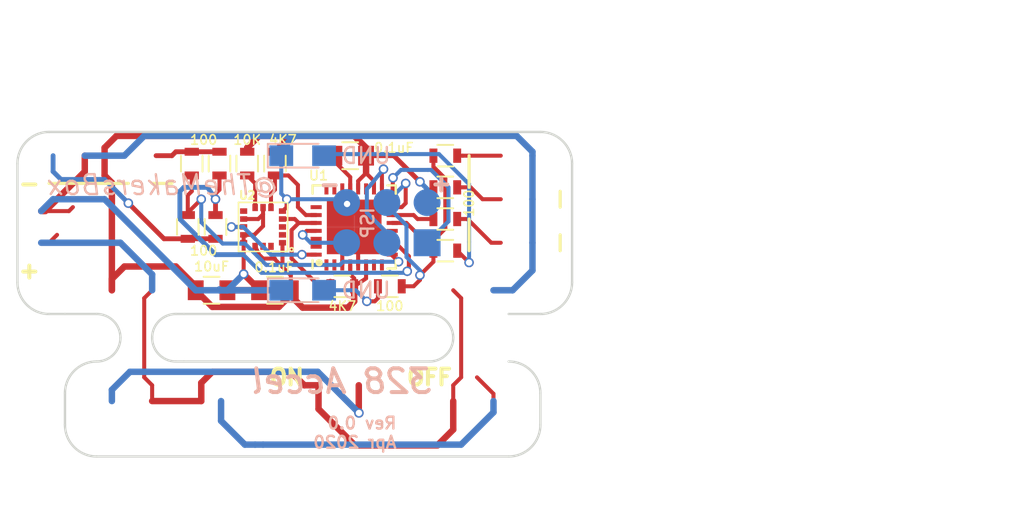
<source format=kicad_pcb>
(kicad_pcb (version 4) (host pcbnew 4.0.6)

  (general
    (links 52)
    (no_connects 1)
    (area 4.149999 0.545589 71.885715 35.199591)
    (thickness 1.6)
    (drawings 50)
    (tracks 307)
    (zones 0)
    (modules 20)
    (nets 41)
  )

  (page A)
  (title_block
    (title "Beetje 32U4 Blok")
    (date 2018-08-10)
    (rev 0.0)
    (company www.MakersBox.us)
    (comment 1 648.ken@gmail.com)
  )

  (layers
    (0 F.Cu signal)
    (31 B.Cu signal)
    (32 B.Adhes user)
    (33 F.Adhes user)
    (34 B.Paste user)
    (35 F.Paste user)
    (36 B.SilkS user)
    (37 F.SilkS user)
    (38 B.Mask user)
    (39 F.Mask user)
    (40 Dwgs.User user)
    (41 Cmts.User user)
    (42 Eco1.User user)
    (43 Eco2.User user)
    (44 Edge.Cuts user)
    (45 Margin user)
    (46 B.CrtYd user)
    (47 F.CrtYd user)
    (48 B.Fab user)
    (49 F.Fab user)
  )

  (setup
    (last_trace_width 0.25)
    (user_trace_width 0.254)
    (user_trace_width 0.3048)
    (user_trace_width 0.4064)
    (user_trace_width 0.6096)
    (trace_clearance 0.2)
    (zone_clearance 0.508)
    (zone_45_only no)
    (trace_min 0.2)
    (segment_width 0.2)
    (edge_width 0.15)
    (via_size 0.6)
    (via_drill 0.4)
    (via_min_size 0.4)
    (via_min_drill 0.3)
    (uvia_size 0.3)
    (uvia_drill 0.1)
    (uvias_allowed no)
    (uvia_min_size 0.2)
    (uvia_min_drill 0.1)
    (pcb_text_width 0.3)
    (pcb_text_size 1.5 1.5)
    (mod_edge_width 0.15)
    (mod_text_size 1 1)
    (mod_text_width 0.15)
    (pad_size 1.7 1.7)
    (pad_drill 0)
    (pad_to_mask_clearance 0)
    (aux_axis_origin 0 0)
    (visible_elements 7FFFFFFF)
    (pcbplotparams
      (layerselection 0x00030_80000001)
      (usegerberextensions false)
      (excludeedgelayer true)
      (linewidth 0.100000)
      (plotframeref false)
      (viasonmask false)
      (mode 1)
      (useauxorigin false)
      (hpglpennumber 1)
      (hpglpenspeed 20)
      (hpglpendiameter 15)
      (hpglpenoverlay 2)
      (psnegative false)
      (psa4output false)
      (plotreference true)
      (plotvalue true)
      (plotinvisibletext false)
      (padsonsilk false)
      (subtractmaskfromsilk false)
      (outputformat 1)
      (mirror false)
      (drillshape 0)
      (scaleselection 1)
      (outputdirectory mask/))
  )

  (net 0 "")
  (net 1 GND)
  (net 2 "Net-(D4-Pad2)")
  (net 3 "Net-(D5-Pad2)")
  (net 4 "Net-(J6-Pad1)")
  (net 5 "Net-(J1-Pad1)")
  (net 6 "Net-(J7-Pad1)")
  (net 7 "Net-(J8-Pad1)")
  (net 8 "Net-(J9-Pad1)")
  (net 9 VCC)
  (net 10 /MISO)
  (net 11 /SCK)
  (net 12 /MOSI)
  (net 13 /~RESET)
  (net 14 /~CS)
  (net 15 /SDA)
  (net 16 /SCL)
  (net 17 /D3)
  (net 18 /D4)
  (net 19 "Net-(U1-Pad7)")
  (net 20 "Net-(U1-Pad8)")
  (net 21 /D5)
  (net 22 /D6)
  (net 23 /D7)
  (net 24 /D8)
  (net 25 /D9)
  (net 26 /D10)
  (net 27 "Net-(U1-Pad19)")
  (net 28 "Net-(U1-Pad22)")
  (net 29 /A0)
  (net 30 /A1)
  (net 31 /A2)
  (net 32 /A3)
  (net 33 /D0)
  (net 34 /D1)
  (net 35 /D2)
  (net 36 "Net-(U2-Pad3)")
  (net 37 "Net-(U2-Pad2)")
  (net 38 "Net-(U2-Pad15)")
  (net 39 "Net-(U2-Pad9)")
  (net 40 "Net-(U2-Pad16)")

  (net_class Default "This is the default net class."
    (clearance 0.2)
    (trace_width 0.25)
    (via_dia 0.6)
    (via_drill 0.4)
    (uvia_dia 0.3)
    (uvia_drill 0.1)
    (add_net /A0)
    (add_net /A1)
    (add_net /A2)
    (add_net /A3)
    (add_net /D0)
    (add_net /D1)
    (add_net /D10)
    (add_net /D2)
    (add_net /D3)
    (add_net /D4)
    (add_net /D5)
    (add_net /D6)
    (add_net /D7)
    (add_net /D8)
    (add_net /D9)
    (add_net /MISO)
    (add_net /MOSI)
    (add_net /SCK)
    (add_net /SCL)
    (add_net /SDA)
    (add_net /~CS)
    (add_net /~RESET)
    (add_net GND)
    (add_net "Net-(D4-Pad2)")
    (add_net "Net-(D5-Pad2)")
    (add_net "Net-(J1-Pad1)")
    (add_net "Net-(J6-Pad1)")
    (add_net "Net-(J7-Pad1)")
    (add_net "Net-(J8-Pad1)")
    (add_net "Net-(J9-Pad1)")
    (add_net "Net-(U1-Pad19)")
    (add_net "Net-(U1-Pad22)")
    (add_net "Net-(U1-Pad7)")
    (add_net "Net-(U1-Pad8)")
    (add_net "Net-(U2-Pad15)")
    (add_net "Net-(U2-Pad16)")
    (add_net "Net-(U2-Pad2)")
    (add_net "Net-(U2-Pad3)")
    (add_net "Net-(U2-Pad9)")
    (add_net VCC)
  )

  (module Housings_DFN_QFN:QFN-32-1EP_5x5mm_Pitch0.5mm (layer F.Cu) (tedit 5EB2C755) (tstamp 5EB0479B)
    (at 26.5 14.5 90)
    (descr "UH Package; 32-Lead Plastic QFN (5mm x 5mm); (see Linear Technology QFN_32_05-08-1693.pdf)")
    (tags "QFN 0.5")
    (path /5EB1814D)
    (attr smd)
    (fp_text reference U1 (at 3.25 -2.25 180) (layer F.SilkS)
      (effects (font (size 0.6 0.6) (thickness 0.1)))
    )
    (fp_text value ATMEGA328-MU (at 0 3.75 90) (layer F.Fab)
      (effects (font (size 1 1) (thickness 0.15)))
    )
    (fp_line (start -1.5 -2.5) (end 2.5 -2.5) (layer F.Fab) (width 0.15))
    (fp_line (start 2.5 -2.5) (end 2.5 2.5) (layer F.Fab) (width 0.15))
    (fp_line (start 2.5 2.5) (end -2.5 2.5) (layer F.Fab) (width 0.15))
    (fp_line (start -2.5 2.5) (end -2.5 -1.5) (layer F.Fab) (width 0.15))
    (fp_line (start -2.5 -1.5) (end -1.5 -2.5) (layer F.Fab) (width 0.15))
    (fp_line (start -3 -3) (end -3 3) (layer F.CrtYd) (width 0.05))
    (fp_line (start 3 -3) (end 3 3) (layer F.CrtYd) (width 0.05))
    (fp_line (start -3 -3) (end 3 -3) (layer F.CrtYd) (width 0.05))
    (fp_line (start -3 3) (end 3 3) (layer F.CrtYd) (width 0.05))
    (fp_line (start 2.625 -2.625) (end 2.625 -2.1) (layer F.SilkS) (width 0.15))
    (fp_line (start -2.625 2.625) (end -2.625 2.1) (layer F.SilkS) (width 0.15))
    (fp_line (start 2.625 2.625) (end 2.625 2.1) (layer F.SilkS) (width 0.15))
    (fp_line (start -2.625 -2.625) (end -2.1 -2.625) (layer F.SilkS) (width 0.15))
    (fp_line (start -2.625 2.625) (end -2.1 2.625) (layer F.SilkS) (width 0.15))
    (fp_line (start 2.625 2.625) (end 2.1 2.625) (layer F.SilkS) (width 0.15))
    (fp_line (start 2.625 -2.625) (end 2.1 -2.625) (layer F.SilkS) (width 0.15))
    (pad 1 smd rect (at -2.4 -1.75 90) (size 0.7 0.25) (layers F.Cu F.Paste F.Mask)
      (net 17 /D3))
    (pad 2 smd rect (at -2.4 -1.25 90) (size 0.7 0.25) (layers F.Cu F.Paste F.Mask)
      (net 18 /D4))
    (pad 3 smd rect (at -2.4 -0.75 90) (size 0.7 0.25) (layers F.Cu F.Paste F.Mask)
      (net 1 GND))
    (pad 4 smd rect (at -2.4 -0.25 90) (size 0.7 0.25) (layers F.Cu F.Paste F.Mask)
      (net 9 VCC))
    (pad 5 smd rect (at -2.4 0.25 90) (size 0.7 0.25) (layers F.Cu F.Paste F.Mask)
      (net 1 GND))
    (pad 6 smd rect (at -2.4 0.75 90) (size 0.7 0.25) (layers F.Cu F.Paste F.Mask)
      (net 9 VCC))
    (pad 7 smd rect (at -2.4 1.25 90) (size 0.7 0.25) (layers F.Cu F.Paste F.Mask)
      (net 19 "Net-(U1-Pad7)"))
    (pad 8 smd rect (at -2.4 1.75 90) (size 0.7 0.25) (layers F.Cu F.Paste F.Mask)
      (net 20 "Net-(U1-Pad8)"))
    (pad 9 smd rect (at -1.75 2.4 180) (size 0.7 0.25) (layers F.Cu F.Paste F.Mask)
      (net 21 /D5))
    (pad 10 smd rect (at -1.25 2.4 180) (size 0.7 0.25) (layers F.Cu F.Paste F.Mask)
      (net 22 /D6))
    (pad 11 smd rect (at -0.75 2.4 180) (size 0.7 0.25) (layers F.Cu F.Paste F.Mask)
      (net 23 /D7))
    (pad 12 smd rect (at -0.25 2.4 180) (size 0.7 0.25) (layers F.Cu F.Paste F.Mask)
      (net 24 /D8))
    (pad 13 smd rect (at 0.25 2.4 180) (size 0.7 0.25) (layers F.Cu F.Paste F.Mask)
      (net 25 /D9))
    (pad 14 smd rect (at 0.75 2.4 180) (size 0.7 0.25) (layers F.Cu F.Paste F.Mask)
      (net 26 /D10))
    (pad 15 smd rect (at 1.25 2.4 180) (size 0.7 0.25) (layers F.Cu F.Paste F.Mask)
      (net 12 /MOSI))
    (pad 16 smd rect (at 1.75 2.4 180) (size 0.7 0.25) (layers F.Cu F.Paste F.Mask)
      (net 10 /MISO))
    (pad 17 smd rect (at 2.4 1.75 90) (size 0.7 0.25) (layers F.Cu F.Paste F.Mask)
      (net 11 /SCK))
    (pad 18 smd rect (at 2.4 1.25 90) (size 0.7 0.25) (layers F.Cu F.Paste F.Mask)
      (net 9 VCC))
    (pad 19 smd rect (at 2.4 0.75 90) (size 0.7 0.25) (layers F.Cu F.Paste F.Mask)
      (net 27 "Net-(U1-Pad19)"))
    (pad 20 smd rect (at 2.4 0.25 90) (size 0.7 0.25) (layers F.Cu F.Paste F.Mask)
      (net 9 VCC))
    (pad 21 smd rect (at 2.4 -0.25 90) (size 0.7 0.25) (layers F.Cu F.Paste F.Mask)
      (net 1 GND))
    (pad 22 smd rect (at 2.4 -0.75 90) (size 0.7 0.25) (layers F.Cu F.Paste F.Mask)
      (net 28 "Net-(U1-Pad22)"))
    (pad 23 smd rect (at 2.4 -1.25 90) (size 0.7 0.25) (layers F.Cu F.Paste F.Mask)
      (net 29 /A0))
    (pad 24 smd rect (at 2.4 -1.75 90) (size 0.7 0.25) (layers F.Cu F.Paste F.Mask)
      (net 30 /A1))
    (pad 25 smd rect (at 1.75 -2.4 180) (size 0.7 0.25) (layers F.Cu F.Paste F.Mask)
      (net 31 /A2))
    (pad 26 smd rect (at 1.25 -2.4 180) (size 0.7 0.25) (layers F.Cu F.Paste F.Mask)
      (net 32 /A3))
    (pad 27 smd rect (at 0.75 -2.4 180) (size 0.7 0.25) (layers F.Cu F.Paste F.Mask)
      (net 15 /SDA))
    (pad 28 smd rect (at 0.25 -2.4 180) (size 0.7 0.25) (layers F.Cu F.Paste F.Mask)
      (net 16 /SCL))
    (pad 29 smd rect (at -0.25 -2.4 180) (size 0.7 0.25) (layers F.Cu F.Paste F.Mask)
      (net 13 /~RESET))
    (pad 30 smd rect (at -0.75 -2.4 180) (size 0.7 0.25) (layers F.Cu F.Paste F.Mask)
      (net 33 /D0))
    (pad 31 smd rect (at -1.25 -2.4 180) (size 0.7 0.25) (layers F.Cu F.Paste F.Mask)
      (net 34 /D1))
    (pad 32 smd rect (at -1.75 -2.4 180) (size 0.7 0.25) (layers F.Cu F.Paste F.Mask)
      (net 35 /D2))
    (pad 5 smd rect (at 0.8625 0.8625 90) (size 1.725 1.725) (layers F.Cu F.Paste F.Mask)
      (net 1 GND) (solder_paste_margin_ratio -0.2))
    (pad 5 smd rect (at 0.8625 -0.8625 90) (size 1.725 1.725) (layers F.Cu F.Paste F.Mask)
      (net 1 GND) (solder_paste_margin_ratio -0.2))
    (pad 5 smd rect (at -0.8625 0.8625 90) (size 1.725 1.725) (layers F.Cu F.Paste F.Mask)
      (net 1 GND) (solder_paste_margin_ratio -0.2))
    (pad 5 smd rect (at -0.8625 -0.8625 90) (size 1.725 1.725) (layers F.Cu F.Paste F.Mask)
      (net 1 GND) (solder_paste_margin_ratio -0.2))
    (model ${KISYS3DMOD}/Housings_DFN_QFN.3dshapes/QFN-32-1EP_5x5mm_Pitch0.5mm.wrl
      (at (xyz 0 0 0))
      (scale (xyz 1 1 1))
      (rotate (xyz 0 0 0))
    )
  )

  (module Pin_Headers:Pin_Header_Straight_2x03_Pitch2.54mm (layer B.Cu) (tedit 5EB09E4C) (tstamp 5EB0A7D7)
    (at 31.1 15.5 90)
    (descr "Through hole straight pin header, 2x03, 2.54mm pitch, double rows")
    (tags "Through hole pin header THT 2x03 2.54mm double row")
    (path /5EB15FD8)
    (fp_text reference CON1 (at 1.5 0 90) (layer B.SilkS) hide
      (effects (font (size 1 1) (thickness 0.15)) (justify mirror))
    )
    (fp_text value ISP (at 1.25 -3.75 90) (layer B.SilkS)
      (effects (font (size 0.8 0.8) (thickness 0.15)) (justify mirror))
    )
    (fp_line (start 0 1.27) (end 3.81 1.27) (layer B.Fab) (width 0.1))
    (fp_line (start 3.81 1.27) (end 3.81 -6.35) (layer B.Fab) (width 0.1))
    (fp_line (start 3.81 -6.35) (end -1.27 -6.35) (layer B.Fab) (width 0.1))
    (fp_line (start -1.27 -6.35) (end -1.27 0) (layer B.Fab) (width 0.1))
    (fp_line (start -1.27 0) (end 0 1.27) (layer B.Fab) (width 0.1))
    (fp_line (start -1.8 1.8) (end -1.8 -6.85) (layer B.CrtYd) (width 0.05))
    (fp_line (start -1.8 -6.85) (end 4.35 -6.85) (layer B.CrtYd) (width 0.05))
    (fp_line (start 4.35 -6.85) (end 4.35 1.8) (layer B.CrtYd) (width 0.05))
    (fp_line (start 4.35 1.8) (end -1.8 1.8) (layer B.CrtYd) (width 0.05))
    (fp_text user %R (at 1.27 -2.54 360) (layer B.Fab)
      (effects (font (size 1 1) (thickness 0.15)) (justify mirror))
    )
    (pad 1 smd rect (at 0 0 90) (size 1.7 1.7) (layers B.Cu B.Paste B.Mask)
      (net 10 /MISO))
    (pad 2 smd oval (at 2.54 0 90) (size 1.7 1.7) (layers B.Cu B.Paste B.Mask)
      (net 9 VCC))
    (pad 3 smd oval (at 0 -2.54 90) (size 1.7 1.7) (layers B.Cu B.Paste B.Mask)
      (net 11 /SCK))
    (pad 4 smd oval (at 2.54 -2.54 90) (size 1.7 1.7) (layers B.Cu B.Paste B.Mask)
      (net 12 /MOSI))
    (pad 5 smd oval (at 0 -5.08 90) (size 1.7 1.7) (layers B.Cu B.Paste B.Mask)
      (net 13 /~RESET))
    (pad 6 smd oval (at 2.54 -5.08 90) (size 1.7 1.7) (layers B.Cu B.Paste B.Mask)
      (net 1 GND))
  )

  (module footprints:LED_0805_HandSoldering (layer B.Cu) (tedit 5EB2045B) (tstamp 5EA9B60E)
    (at 23.25 18.5)
    (descr "Resistor SMD 0805, hand soldering")
    (tags "resistor 0805")
    (path /5EA9D74A)
    (attr smd)
    (fp_text reference D4 (at 0 1.7) (layer B.SilkS) hide
      (effects (font (size 1 1) (thickness 0.15)) (justify mirror))
    )
    (fp_text value UND (at 4 0) (layer B.SilkS)
      (effects (font (size 1 1) (thickness 0.15)) (justify mirror))
    )
    (fp_line (start -0.4 0.4) (end -0.4 -0.4) (layer B.Fab) (width 0.1))
    (fp_line (start -0.4 0) (end 0.2 0.4) (layer B.Fab) (width 0.1))
    (fp_line (start 0.2 -0.4) (end -0.4 0) (layer B.Fab) (width 0.1))
    (fp_line (start 0.2 0.4) (end 0.2 -0.4) (layer B.Fab) (width 0.1))
    (fp_line (start -1 -0.62) (end -1 0.62) (layer B.Fab) (width 0.1))
    (fp_line (start 1 -0.62) (end -1 -0.62) (layer B.Fab) (width 0.1))
    (fp_line (start 1 0.62) (end 1 -0.62) (layer B.Fab) (width 0.1))
    (fp_line (start -1 0.62) (end 1 0.62) (layer B.Fab) (width 0.1))
    (fp_line (start 1 -0.75) (end -2.2 -0.75) (layer B.SilkS) (width 0.12))
    (fp_line (start -2.2 0.75) (end 1 0.75) (layer B.SilkS) (width 0.12))
    (fp_line (start -2.35 0.9) (end 2.35 0.9) (layer B.CrtYd) (width 0.05))
    (fp_line (start -2.35 0.9) (end -2.35 -0.9) (layer B.CrtYd) (width 0.05))
    (fp_line (start 2.35 -0.9) (end 2.35 0.9) (layer B.CrtYd) (width 0.05))
    (fp_line (start 2.35 -0.9) (end -2.35 -0.9) (layer B.CrtYd) (width 0.05))
    (fp_line (start -2.2 0.75) (end -2.2 -0.75) (layer B.SilkS) (width 0.12))
    (pad 1 smd rect (at -1.35 0) (size 1.5 1.3) (layers B.Cu B.Paste B.Mask)
      (net 1 GND))
    (pad 2 smd rect (at 1.35 0) (size 1.5 1.3) (layers B.Cu B.Paste B.Mask)
      (net 2 "Net-(D4-Pad2)"))
    (model ${KISYS3DMOD}/LEDs.3dshapes/LED_0805.wrl
      (at (xyz 0 0 0))
      (scale (xyz 1 1 1))
      (rotate (xyz 0 0 0))
    )
  )

  (module footprints:LED_0805_HandSoldering (layer B.Cu) (tedit 5EB20420) (tstamp 5EA9B623)
    (at 23.25 10)
    (descr "Resistor SMD 0805, hand soldering")
    (tags "resistor 0805")
    (path /5EA9D6A1)
    (attr smd)
    (fp_text reference D5 (at 0 1.7) (layer B.SilkS) hide
      (effects (font (size 1 1) (thickness 0.15)) (justify mirror))
    )
    (fp_text value UND (at 4 0) (layer B.SilkS)
      (effects (font (size 1 1) (thickness 0.15)) (justify mirror))
    )
    (fp_line (start -0.4 0.4) (end -0.4 -0.4) (layer B.Fab) (width 0.1))
    (fp_line (start -0.4 0) (end 0.2 0.4) (layer B.Fab) (width 0.1))
    (fp_line (start 0.2 -0.4) (end -0.4 0) (layer B.Fab) (width 0.1))
    (fp_line (start 0.2 0.4) (end 0.2 -0.4) (layer B.Fab) (width 0.1))
    (fp_line (start -1 -0.62) (end -1 0.62) (layer B.Fab) (width 0.1))
    (fp_line (start 1 -0.62) (end -1 -0.62) (layer B.Fab) (width 0.1))
    (fp_line (start 1 0.62) (end 1 -0.62) (layer B.Fab) (width 0.1))
    (fp_line (start -1 0.62) (end 1 0.62) (layer B.Fab) (width 0.1))
    (fp_line (start 1 -0.75) (end -2.2 -0.75) (layer B.SilkS) (width 0.12))
    (fp_line (start -2.2 0.75) (end 1 0.75) (layer B.SilkS) (width 0.12))
    (fp_line (start -2.35 0.9) (end 2.35 0.9) (layer B.CrtYd) (width 0.05))
    (fp_line (start -2.35 0.9) (end -2.35 -0.9) (layer B.CrtYd) (width 0.05))
    (fp_line (start 2.35 -0.9) (end 2.35 0.9) (layer B.CrtYd) (width 0.05))
    (fp_line (start 2.35 -0.9) (end -2.35 -0.9) (layer B.CrtYd) (width 0.05))
    (fp_line (start -2.2 0.75) (end -2.2 -0.75) (layer B.SilkS) (width 0.12))
    (pad 1 smd rect (at -1.35 0) (size 1.5 1.3) (layers B.Cu B.Paste B.Mask)
      (net 1 GND))
    (pad 2 smd rect (at 1.35 0) (size 1.5 1.3) (layers B.Cu B.Paste B.Mask)
      (net 3 "Net-(D5-Pad2)"))
    (model ${KISYS3DMOD}/LEDs.3dshapes/LED_0805.wrl
      (at (xyz 0 0 0))
      (scale (xyz 1 1 1))
      (rotate (xyz 0 0 0))
    )
  )

  (module footprints:C_0805 (layer F.Cu) (tedit 5EB2C6F0) (tstamp 5EB03C95)
    (at 17.5 18.5)
    (descr "Capacitor SMD 0805, reflow soldering, AVX (see smccp.pdf)")
    (tags "capacitor 0805")
    (path /5EB04B81)
    (attr smd)
    (fp_text reference C1 (at 0 2.25) (layer F.SilkS) hide
      (effects (font (size 1 1) (thickness 0.15)))
    )
    (fp_text value 10uF (at 0 -1.5) (layer F.SilkS)
      (effects (font (size 0.6 0.6) (thickness 0.1)))
    )
    (fp_text user %R (at 0 -1.5) (layer F.Fab)
      (effects (font (size 1 1) (thickness 0.15)))
    )
    (fp_line (start -1 0.62) (end -1 -0.62) (layer F.Fab) (width 0.1))
    (fp_line (start 1 0.62) (end -1 0.62) (layer F.Fab) (width 0.1))
    (fp_line (start 1 -0.62) (end 1 0.62) (layer F.Fab) (width 0.1))
    (fp_line (start -1 -0.62) (end 1 -0.62) (layer F.Fab) (width 0.1))
    (fp_line (start 0.5 -0.85) (end -0.5 -0.85) (layer F.SilkS) (width 0.12))
    (fp_line (start -0.5 0.85) (end 0.5 0.85) (layer F.SilkS) (width 0.12))
    (fp_line (start -1.75 -0.88) (end 1.75 -0.88) (layer F.CrtYd) (width 0.05))
    (fp_line (start -1.75 -0.88) (end -1.75 0.87) (layer F.CrtYd) (width 0.05))
    (fp_line (start 1.75 0.87) (end 1.75 -0.88) (layer F.CrtYd) (width 0.05))
    (fp_line (start 1.75 0.87) (end -1.75 0.87) (layer F.CrtYd) (width 0.05))
    (pad 1 smd rect (at -1 0) (size 1 1.25) (layers F.Cu F.Paste F.Mask)
      (net 9 VCC))
    (pad 2 smd rect (at 1 0) (size 1 1.25) (layers F.Cu F.Paste F.Mask)
      (net 1 GND))
    (model Capacitors_SMD.3dshapes/C_0805.wrl
      (at (xyz 0 0 0))
      (scale (xyz 1 1 1))
      (rotate (xyz 0 0 0))
    )
  )

  (module footprints:C_0805 (layer F.Cu) (tedit 5EB2C770) (tstamp 5EB03CA6)
    (at 26.25 10 180)
    (descr "Capacitor SMD 0805, reflow soldering, AVX (see smccp.pdf)")
    (tags "capacitor 0805")
    (path /5EB0942E)
    (attr smd)
    (fp_text reference C2 (at -0.25 2.5 270) (layer F.SilkS) hide
      (effects (font (size 0.8 0.8) (thickness 0.15)))
    )
    (fp_text value 0.1uF (at -2.75 0.5 180) (layer F.SilkS)
      (effects (font (size 0.6 0.6) (thickness 0.1)))
    )
    (fp_text user %R (at 0 -1.5 180) (layer F.Fab)
      (effects (font (size 1 1) (thickness 0.15)))
    )
    (fp_line (start -1 0.62) (end -1 -0.62) (layer F.Fab) (width 0.1))
    (fp_line (start 1 0.62) (end -1 0.62) (layer F.Fab) (width 0.1))
    (fp_line (start 1 -0.62) (end 1 0.62) (layer F.Fab) (width 0.1))
    (fp_line (start -1 -0.62) (end 1 -0.62) (layer F.Fab) (width 0.1))
    (fp_line (start 0.5 -0.85) (end -0.5 -0.85) (layer F.SilkS) (width 0.12))
    (fp_line (start -0.5 0.85) (end 0.5 0.85) (layer F.SilkS) (width 0.12))
    (fp_line (start -1.75 -0.88) (end 1.75 -0.88) (layer F.CrtYd) (width 0.05))
    (fp_line (start -1.75 -0.88) (end -1.75 0.87) (layer F.CrtYd) (width 0.05))
    (fp_line (start 1.75 0.87) (end 1.75 -0.88) (layer F.CrtYd) (width 0.05))
    (fp_line (start 1.75 0.87) (end -1.75 0.87) (layer F.CrtYd) (width 0.05))
    (pad 1 smd rect (at -1 0 180) (size 1 1.25) (layers F.Cu F.Paste F.Mask)
      (net 9 VCC))
    (pad 2 smd rect (at 1 0 180) (size 1 1.25) (layers F.Cu F.Paste F.Mask)
      (net 1 GND))
    (model Capacitors_SMD.3dshapes/C_0805.wrl
      (at (xyz 0 0 0))
      (scale (xyz 1 1 1))
      (rotate (xyz 0 0 0))
    )
  )

  (module footprints:C_0805 (layer F.Cu) (tedit 5EB2C6FD) (tstamp 5EB03CB7)
    (at 21.5 18.5 180)
    (descr "Capacitor SMD 0805, reflow soldering, AVX (see smccp.pdf)")
    (tags "capacitor 0805")
    (path /5EB04E32)
    (attr smd)
    (fp_text reference C3 (at 0 2.25 180) (layer F.SilkS) hide
      (effects (font (size 1 1) (thickness 0.15)))
    )
    (fp_text value 0.1uF (at 0.05 1.45 180) (layer F.SilkS)
      (effects (font (size 0.6 0.6) (thickness 0.1)))
    )
    (fp_text user %R (at 0 -1.5 180) (layer F.Fab)
      (effects (font (size 1 1) (thickness 0.15)))
    )
    (fp_line (start -1 0.62) (end -1 -0.62) (layer F.Fab) (width 0.1))
    (fp_line (start 1 0.62) (end -1 0.62) (layer F.Fab) (width 0.1))
    (fp_line (start 1 -0.62) (end 1 0.62) (layer F.Fab) (width 0.1))
    (fp_line (start -1 -0.62) (end 1 -0.62) (layer F.Fab) (width 0.1))
    (fp_line (start 0.5 -0.85) (end -0.5 -0.85) (layer F.SilkS) (width 0.12))
    (fp_line (start -0.5 0.85) (end 0.5 0.85) (layer F.SilkS) (width 0.12))
    (fp_line (start -1.75 -0.88) (end 1.75 -0.88) (layer F.CrtYd) (width 0.05))
    (fp_line (start -1.75 -0.88) (end -1.75 0.87) (layer F.CrtYd) (width 0.05))
    (fp_line (start 1.75 0.87) (end 1.75 -0.88) (layer F.CrtYd) (width 0.05))
    (fp_line (start 1.75 0.87) (end -1.75 0.87) (layer F.CrtYd) (width 0.05))
    (pad 1 smd rect (at -1 0 180) (size 1 1.25) (layers F.Cu F.Paste F.Mask)
      (net 9 VCC))
    (pad 2 smd rect (at 1 0 180) (size 1 1.25) (layers F.Cu F.Paste F.Mask)
      (net 1 GND))
    (model Capacitors_SMD.3dshapes/C_0805.wrl
      (at (xyz 0 0 0))
      (scale (xyz 1 1 1))
      (rotate (xyz 0 0 0))
    )
  )

  (module footprints:LIS3DH (layer F.Cu) (tedit 5EB2C75D) (tstamp 5EB042E9)
    (at 20.75 14.5 180)
    (path /5EB03D8E)
    (fp_text reference U2 (at 1 2 180) (layer F.SilkS)
      (effects (font (size 0.5 0.5) (thickness 0.125)))
    )
    (fp_text value LIS3DH (at 0 2.02 180) (layer F.Fab)
      (effects (font (size 0.5 0.5) (thickness 0.125)))
    )
    (fp_circle (center -1.8 -1.426863) (end -1.72 -1.346863) (layer F.SilkS) (width 0.1))
    (fp_line (start 1.55 -1.55) (end 1.55 1.55) (layer F.SilkS) (width 0.1))
    (fp_line (start -1.55 -1.55) (end -1.55 1.55) (layer F.SilkS) (width 0.1))
    (fp_line (start -1.55 -1.55) (end 1.55 -1.55) (layer F.SilkS) (width 0.1))
    (fp_line (start -1.55 1.55) (end 1.55 1.55) (layer F.SilkS) (width 0.1))
    (pad 3 smd rect (at -1.225 0 180) (size 0.45 0.35) (layers F.Cu F.Paste F.Mask)
      (net 36 "Net-(U2-Pad3)"))
    (pad 11 smd rect (at 1.225 0 180) (size 0.45 0.35) (layers F.Cu F.Paste F.Mask)
      (net 35 /D2))
    (pad 2 smd rect (at -1.225 -0.5 180) (size 0.45 0.35) (layers F.Cu F.Paste F.Mask)
      (net 37 "Net-(U2-Pad2)"))
    (pad 12 smd rect (at 1.225 -0.5 180) (size 0.45 0.35) (layers F.Cu F.Paste F.Mask)
      (net 1 GND))
    (pad 1 smd rect (at -1.225 -1 180) (size 0.45 0.35) (layers F.Cu F.Paste F.Mask)
      (net 9 VCC))
    (pad 13 smd rect (at 1.225 -1 180) (size 0.45 0.35) (layers F.Cu F.Paste F.Mask)
      (net 1 GND))
    (pad 9 smd rect (at 1.225 1 180) (size 0.45 0.35) (layers F.Cu F.Paste F.Mask)
      (net 39 "Net-(U2-Pad9)"))
    (pad 10 smd rect (at 1.225 0.5 180) (size 0.45 0.35) (layers F.Cu F.Paste F.Mask)
      (net 1 GND))
    (pad 7 smd rect (at 0 1.225 270) (size 0.45 0.35) (layers F.Cu F.Paste F.Mask)
      (net 1 GND))
    (pad 4 smd rect (at -1.225 0.5 180) (size 0.45 0.35) (layers F.Cu F.Paste F.Mask)
      (net 16 /SCL))
    (pad 5 smd rect (at -1.225 1 180) (size 0.45 0.35) (layers F.Cu F.Paste F.Mask)
      (net 1 GND))
    (pad 8 smd rect (at 0.5 1.225 270) (size 0.45 0.35) (layers F.Cu F.Paste F.Mask)
      (net 14 /~CS))
    (pad 6 smd rect (at -0.5 1.225 270) (size 0.45 0.35) (layers F.Cu F.Paste F.Mask)
      (net 15 /SDA))
    (pad 15 smd rect (at 0 -1.225 270) (size 0.45 0.35) (layers F.Cu F.Paste F.Mask)
      (net 38 "Net-(U2-Pad15)"))
    (pad 14 smd rect (at 0.5 -1.225 270) (size 0.45 0.35) (layers F.Cu F.Paste F.Mask)
      (net 9 VCC))
    (pad 16 smd rect (at -0.5 -1.225 270) (size 0.45 0.35) (layers F.Cu F.Paste F.Mask)
      (net 40 "Net-(U2-Pad16)"))
  )

  (module footprints:R_0603 (layer F.Cu) (tedit 5EB2018D) (tstamp 5EB03D40)
    (at 32.25 12)
    (descr "Resistor SMD 0603, reflow soldering, Vishay (see dcrcw.pdf)")
    (tags "resistor 0603")
    (path /5EA72640)
    (attr smd)
    (fp_text reference R6 (at 0 0) (layer F.SilkS) hide
      (effects (font (size 0.4 0.4) (thickness 0.1)))
    )
    (fp_text value 100 (at 2.5 0) (layer F.Fab)
      (effects (font (size 1 1) (thickness 0.15)))
    )
    (fp_text user %R (at 0 0) (layer F.Fab)
      (effects (font (size 0.4 0.4) (thickness 0.075)))
    )
    (fp_line (start -0.8 0.4) (end -0.8 -0.4) (layer F.Fab) (width 0.1))
    (fp_line (start 0.8 0.4) (end -0.8 0.4) (layer F.Fab) (width 0.1))
    (fp_line (start 0.8 -0.4) (end 0.8 0.4) (layer F.Fab) (width 0.1))
    (fp_line (start -0.8 -0.4) (end 0.8 -0.4) (layer F.Fab) (width 0.1))
    (fp_line (start 0.5 0.68) (end -0.5 0.68) (layer F.SilkS) (width 0.12))
    (fp_line (start -0.5 -0.68) (end 0.5 -0.68) (layer F.SilkS) (width 0.12))
    (fp_line (start -1.25 -0.7) (end 1.25 -0.7) (layer F.CrtYd) (width 0.05))
    (fp_line (start -1.25 -0.7) (end -1.25 0.7) (layer F.CrtYd) (width 0.05))
    (fp_line (start 1.25 0.7) (end 1.25 -0.7) (layer F.CrtYd) (width 0.05))
    (fp_line (start 1.25 0.7) (end -1.25 0.7) (layer F.CrtYd) (width 0.05))
    (pad 1 smd rect (at -0.75 0) (size 0.5 0.9) (layers F.Cu F.Paste F.Mask)
      (net 26 /D10))
    (pad 2 smd rect (at 0.75 0) (size 0.5 0.9) (layers F.Cu F.Paste F.Mask)
      (net 5 "Net-(J1-Pad1)"))
    (model ${KISYS3DMOD}/Resistors_SMD.3dshapes/R_0603.wrl
      (at (xyz 0 0 0))
      (scale (xyz 1 1 1))
      (rotate (xyz 0 0 0))
    )
  )

  (module footprints:R_0603 (layer F.Cu) (tedit 5EB2C6B1) (tstamp 5EB03D0D)
    (at 19.75 10.5 270)
    (descr "Resistor SMD 0603, reflow soldering, Vishay (see dcrcw.pdf)")
    (tags "resistor 0603")
    (path /5EB06B31)
    (attr smd)
    (fp_text reference R1 (at 0 0 270) (layer F.SilkS) hide
      (effects (font (size 0.4 0.4) (thickness 0.1)))
    )
    (fp_text value 10K (at -1.5 0 360) (layer F.SilkS)
      (effects (font (size 0.6 0.6) (thickness 0.1)))
    )
    (fp_text user %R (at 0 0 270) (layer F.Fab)
      (effects (font (size 0.4 0.4) (thickness 0.075)))
    )
    (fp_line (start -0.8 0.4) (end -0.8 -0.4) (layer F.Fab) (width 0.1))
    (fp_line (start 0.8 0.4) (end -0.8 0.4) (layer F.Fab) (width 0.1))
    (fp_line (start 0.8 -0.4) (end 0.8 0.4) (layer F.Fab) (width 0.1))
    (fp_line (start -0.8 -0.4) (end 0.8 -0.4) (layer F.Fab) (width 0.1))
    (fp_line (start 0.5 0.68) (end -0.5 0.68) (layer F.SilkS) (width 0.12))
    (fp_line (start -0.5 -0.68) (end 0.5 -0.68) (layer F.SilkS) (width 0.12))
    (fp_line (start -1.25 -0.7) (end 1.25 -0.7) (layer F.CrtYd) (width 0.05))
    (fp_line (start -1.25 -0.7) (end -1.25 0.7) (layer F.CrtYd) (width 0.05))
    (fp_line (start 1.25 0.7) (end 1.25 -0.7) (layer F.CrtYd) (width 0.05))
    (fp_line (start 1.25 0.7) (end -1.25 0.7) (layer F.CrtYd) (width 0.05))
    (pad 1 smd rect (at -0.75 0 270) (size 0.5 0.9) (layers F.Cu F.Paste F.Mask)
      (net 9 VCC))
    (pad 2 smd rect (at 0.75 0 270) (size 0.5 0.9) (layers F.Cu F.Paste F.Mask)
      (net 14 /~CS))
    (model ${KISYS3DMOD}/Resistors_SMD.3dshapes/R_0603.wrl
      (at (xyz 0 0 0))
      (scale (xyz 1 1 1))
      (rotate (xyz 0 0 0))
    )
  )

  (module footprints:R_0603 (layer F.Cu) (tedit 5EB2C69E) (tstamp 5EB03D1E)
    (at 21.5 10.5 270)
    (descr "Resistor SMD 0603, reflow soldering, Vishay (see dcrcw.pdf)")
    (tags "resistor 0603")
    (path /5EB06D7E)
    (attr smd)
    (fp_text reference R2 (at 0 0 270) (layer F.SilkS) hide
      (effects (font (size 0.4 0.4) (thickness 0.1)))
    )
    (fp_text value 4K7 (at -1.5 -0.5 360) (layer F.SilkS)
      (effects (font (size 0.6 0.6) (thickness 0.1)))
    )
    (fp_text user %R (at 0 0 270) (layer F.Fab)
      (effects (font (size 0.4 0.4) (thickness 0.075)))
    )
    (fp_line (start -0.8 0.4) (end -0.8 -0.4) (layer F.Fab) (width 0.1))
    (fp_line (start 0.8 0.4) (end -0.8 0.4) (layer F.Fab) (width 0.1))
    (fp_line (start 0.8 -0.4) (end 0.8 0.4) (layer F.Fab) (width 0.1))
    (fp_line (start -0.8 -0.4) (end 0.8 -0.4) (layer F.Fab) (width 0.1))
    (fp_line (start 0.5 0.68) (end -0.5 0.68) (layer F.SilkS) (width 0.12))
    (fp_line (start -0.5 -0.68) (end 0.5 -0.68) (layer F.SilkS) (width 0.12))
    (fp_line (start -1.25 -0.7) (end 1.25 -0.7) (layer F.CrtYd) (width 0.05))
    (fp_line (start -1.25 -0.7) (end -1.25 0.7) (layer F.CrtYd) (width 0.05))
    (fp_line (start 1.25 0.7) (end 1.25 -0.7) (layer F.CrtYd) (width 0.05))
    (fp_line (start 1.25 0.7) (end -1.25 0.7) (layer F.CrtYd) (width 0.05))
    (pad 1 smd rect (at -0.75 0 270) (size 0.5 0.9) (layers F.Cu F.Paste F.Mask)
      (net 9 VCC))
    (pad 2 smd rect (at 0.75 0 270) (size 0.5 0.9) (layers F.Cu F.Paste F.Mask)
      (net 15 /SDA))
    (model ${KISYS3DMOD}/Resistors_SMD.3dshapes/R_0603.wrl
      (at (xyz 0 0 0))
      (scale (xyz 1 1 1))
      (rotate (xyz 0 0 0))
    )
  )

  (module footprints:R_0603 (layer F.Cu) (tedit 5EB2CAAD) (tstamp 5EB03D2F)
    (at 25.75 18.25 180)
    (descr "Resistor SMD 0603, reflow soldering, Vishay (see dcrcw.pdf)")
    (tags "resistor 0603")
    (path /5EB06EE1)
    (attr smd)
    (fp_text reference R3 (at 0 0 180) (layer F.SilkS) hide
      (effects (font (size 0.4 0.4) (thickness 0.1)))
    )
    (fp_text value 4K7 (at 0 -1.25 180) (layer F.SilkS)
      (effects (font (size 0.6 0.6) (thickness 0.1)))
    )
    (fp_text user %R (at 0 0 180) (layer F.Fab)
      (effects (font (size 0.4 0.4) (thickness 0.075)))
    )
    (fp_line (start -0.8 0.4) (end -0.8 -0.4) (layer F.Fab) (width 0.1))
    (fp_line (start 0.8 0.4) (end -0.8 0.4) (layer F.Fab) (width 0.1))
    (fp_line (start 0.8 -0.4) (end 0.8 0.4) (layer F.Fab) (width 0.1))
    (fp_line (start -0.8 -0.4) (end 0.8 -0.4) (layer F.Fab) (width 0.1))
    (fp_line (start 0.5 0.68) (end -0.5 0.68) (layer F.SilkS) (width 0.12))
    (fp_line (start -0.5 -0.68) (end 0.5 -0.68) (layer F.SilkS) (width 0.12))
    (fp_line (start -1.25 -0.7) (end 1.25 -0.7) (layer F.CrtYd) (width 0.05))
    (fp_line (start -1.25 -0.7) (end -1.25 0.7) (layer F.CrtYd) (width 0.05))
    (fp_line (start 1.25 0.7) (end 1.25 -0.7) (layer F.CrtYd) (width 0.05))
    (fp_line (start 1.25 0.7) (end -1.25 0.7) (layer F.CrtYd) (width 0.05))
    (pad 1 smd rect (at -0.75 0 180) (size 0.5 0.9) (layers F.Cu F.Paste F.Mask)
      (net 9 VCC))
    (pad 2 smd rect (at 0.75 0 180) (size 0.5 0.9) (layers F.Cu F.Paste F.Mask)
      (net 16 /SCL))
    (model ${KISYS3DMOD}/Resistors_SMD.3dshapes/R_0603.wrl
      (at (xyz 0 0 0))
      (scale (xyz 1 1 1))
      (rotate (xyz 0 0 0))
    )
  )

  (module footprints:R_0603 (layer F.Cu) (tedit 5EB2CA04) (tstamp 5EB03D51)
    (at 32.25 14)
    (descr "Resistor SMD 0603, reflow soldering, Vishay (see dcrcw.pdf)")
    (tags "resistor 0603")
    (path /5EA726D2)
    (attr smd)
    (fp_text reference R7 (at 0 0) (layer F.SilkS) hide
      (effects (font (size 0.4 0.4) (thickness 0.1)))
    )
    (fp_text value 100 (at 1.5 -1 90) (layer F.SilkS)
      (effects (font (size 0.6 0.6) (thickness 0.1)))
    )
    (fp_text user %R (at 0 0) (layer F.Fab)
      (effects (font (size 0.4 0.4) (thickness 0.075)))
    )
    (fp_line (start -0.8 0.4) (end -0.8 -0.4) (layer F.Fab) (width 0.1))
    (fp_line (start 0.8 0.4) (end -0.8 0.4) (layer F.Fab) (width 0.1))
    (fp_line (start 0.8 -0.4) (end 0.8 0.4) (layer F.Fab) (width 0.1))
    (fp_line (start -0.8 -0.4) (end 0.8 -0.4) (layer F.Fab) (width 0.1))
    (fp_line (start 0.5 0.68) (end -0.5 0.68) (layer F.SilkS) (width 0.12))
    (fp_line (start -0.5 -0.68) (end 0.5 -0.68) (layer F.SilkS) (width 0.12))
    (fp_line (start -1.25 -0.7) (end 1.25 -0.7) (layer F.CrtYd) (width 0.05))
    (fp_line (start -1.25 -0.7) (end -1.25 0.7) (layer F.CrtYd) (width 0.05))
    (fp_line (start 1.25 0.7) (end 1.25 -0.7) (layer F.CrtYd) (width 0.05))
    (fp_line (start 1.25 0.7) (end -1.25 0.7) (layer F.CrtYd) (width 0.05))
    (pad 1 smd rect (at -0.75 0) (size 0.5 0.9) (layers F.Cu F.Paste F.Mask)
      (net 26 /D10))
    (pad 2 smd rect (at 0.75 0) (size 0.5 0.9) (layers F.Cu F.Paste F.Mask)
      (net 4 "Net-(J6-Pad1)"))
    (model ${KISYS3DMOD}/Resistors_SMD.3dshapes/R_0603.wrl
      (at (xyz 0 0 0))
      (scale (xyz 1 1 1))
      (rotate (xyz 0 0 0))
    )
  )

  (module footprints:R_0603 (layer F.Cu) (tedit 5EB2C6E6) (tstamp 5EB03D62)
    (at 17.75 14.5 270)
    (descr "Resistor SMD 0603, reflow soldering, Vishay (see dcrcw.pdf)")
    (tags "resistor 0603")
    (path /5EA72763)
    (attr smd)
    (fp_text reference R8 (at 0 0 270) (layer F.SilkS) hide
      (effects (font (size 0.4 0.4) (thickness 0.1)))
    )
    (fp_text value 100 (at 1.5 0.75 360) (layer F.SilkS)
      (effects (font (size 0.6 0.6) (thickness 0.1)))
    )
    (fp_text user %R (at 0 0 270) (layer F.Fab)
      (effects (font (size 0.4 0.4) (thickness 0.075)))
    )
    (fp_line (start -0.8 0.4) (end -0.8 -0.4) (layer F.Fab) (width 0.1))
    (fp_line (start 0.8 0.4) (end -0.8 0.4) (layer F.Fab) (width 0.1))
    (fp_line (start 0.8 -0.4) (end 0.8 0.4) (layer F.Fab) (width 0.1))
    (fp_line (start -0.8 -0.4) (end 0.8 -0.4) (layer F.Fab) (width 0.1))
    (fp_line (start 0.5 0.68) (end -0.5 0.68) (layer F.SilkS) (width 0.12))
    (fp_line (start -0.5 -0.68) (end 0.5 -0.68) (layer F.SilkS) (width 0.12))
    (fp_line (start -1.25 -0.7) (end 1.25 -0.7) (layer F.CrtYd) (width 0.05))
    (fp_line (start -1.25 -0.7) (end -1.25 0.7) (layer F.CrtYd) (width 0.05))
    (fp_line (start 1.25 0.7) (end 1.25 -0.7) (layer F.CrtYd) (width 0.05))
    (fp_line (start 1.25 0.7) (end -1.25 0.7) (layer F.CrtYd) (width 0.05))
    (pad 1 smd rect (at -0.75 0 270) (size 0.5 0.9) (layers F.Cu F.Paste F.Mask)
      (net 22 /D6))
    (pad 2 smd rect (at 0.75 0 270) (size 0.5 0.9) (layers F.Cu F.Paste F.Mask)
      (net 6 "Net-(J7-Pad1)"))
    (model ${KISYS3DMOD}/Resistors_SMD.3dshapes/R_0603.wrl
      (at (xyz 0 0 0))
      (scale (xyz 1 1 1))
      (rotate (xyz 0 0 0))
    )
  )

  (module footprints:R_0603 (layer F.Cu) (tedit 5EB2018D) (tstamp 5EB03D73)
    (at 16.25 10.5 90)
    (descr "Resistor SMD 0603, reflow soldering, Vishay (see dcrcw.pdf)")
    (tags "resistor 0603")
    (path /5EA727AD)
    (attr smd)
    (fp_text reference R9 (at 0 0 90) (layer F.SilkS) hide
      (effects (font (size 0.4 0.4) (thickness 0.1)))
    )
    (fp_text value 100 (at 2.5 0 90) (layer F.Fab)
      (effects (font (size 1 1) (thickness 0.15)))
    )
    (fp_text user %R (at 0 0 90) (layer F.Fab)
      (effects (font (size 0.4 0.4) (thickness 0.075)))
    )
    (fp_line (start -0.8 0.4) (end -0.8 -0.4) (layer F.Fab) (width 0.1))
    (fp_line (start 0.8 0.4) (end -0.8 0.4) (layer F.Fab) (width 0.1))
    (fp_line (start 0.8 -0.4) (end 0.8 0.4) (layer F.Fab) (width 0.1))
    (fp_line (start -0.8 -0.4) (end 0.8 -0.4) (layer F.Fab) (width 0.1))
    (fp_line (start 0.5 0.68) (end -0.5 0.68) (layer F.SilkS) (width 0.12))
    (fp_line (start -0.5 -0.68) (end 0.5 -0.68) (layer F.SilkS) (width 0.12))
    (fp_line (start -1.25 -0.7) (end 1.25 -0.7) (layer F.CrtYd) (width 0.05))
    (fp_line (start -1.25 -0.7) (end -1.25 0.7) (layer F.CrtYd) (width 0.05))
    (fp_line (start 1.25 0.7) (end 1.25 -0.7) (layer F.CrtYd) (width 0.05))
    (fp_line (start 1.25 0.7) (end -1.25 0.7) (layer F.CrtYd) (width 0.05))
    (pad 1 smd rect (at -0.75 0 90) (size 0.5 0.9) (layers F.Cu F.Paste F.Mask)
      (net 21 /D5))
    (pad 2 smd rect (at 0.75 0 90) (size 0.5 0.9) (layers F.Cu F.Paste F.Mask)
      (net 7 "Net-(J8-Pad1)"))
    (model ${KISYS3DMOD}/Resistors_SMD.3dshapes/R_0603.wrl
      (at (xyz 0 0 0))
      (scale (xyz 1 1 1))
      (rotate (xyz 0 0 0))
    )
  )

  (module footprints:R_0603 (layer F.Cu) (tedit 5EB2018D) (tstamp 5EB03D84)
    (at 32.25 10)
    (descr "Resistor SMD 0603, reflow soldering, Vishay (see dcrcw.pdf)")
    (tags "resistor 0603")
    (path /5EA9330B)
    (attr smd)
    (fp_text reference R10 (at 0 0) (layer F.SilkS) hide
      (effects (font (size 0.4 0.4) (thickness 0.1)))
    )
    (fp_text value 100 (at 2.5 0) (layer F.Fab)
      (effects (font (size 1 1) (thickness 0.15)))
    )
    (fp_text user %R (at 0 0) (layer F.Fab)
      (effects (font (size 0.4 0.4) (thickness 0.075)))
    )
    (fp_line (start -0.8 0.4) (end -0.8 -0.4) (layer F.Fab) (width 0.1))
    (fp_line (start 0.8 0.4) (end -0.8 0.4) (layer F.Fab) (width 0.1))
    (fp_line (start 0.8 -0.4) (end 0.8 0.4) (layer F.Fab) (width 0.1))
    (fp_line (start -0.8 -0.4) (end 0.8 -0.4) (layer F.Fab) (width 0.1))
    (fp_line (start 0.5 0.68) (end -0.5 0.68) (layer F.SilkS) (width 0.12))
    (fp_line (start -0.5 -0.68) (end 0.5 -0.68) (layer F.SilkS) (width 0.12))
    (fp_line (start -1.25 -0.7) (end 1.25 -0.7) (layer F.CrtYd) (width 0.05))
    (fp_line (start -1.25 -0.7) (end -1.25 0.7) (layer F.CrtYd) (width 0.05))
    (fp_line (start 1.25 0.7) (end 1.25 -0.7) (layer F.CrtYd) (width 0.05))
    (fp_line (start 1.25 0.7) (end -1.25 0.7) (layer F.CrtYd) (width 0.05))
    (pad 1 smd rect (at -0.75 0) (size 0.5 0.9) (layers F.Cu F.Paste F.Mask)
      (net 25 /D9))
    (pad 2 smd rect (at 0.75 0) (size 0.5 0.9) (layers F.Cu F.Paste F.Mask)
      (net 8 "Net-(J9-Pad1)"))
    (model ${KISYS3DMOD}/Resistors_SMD.3dshapes/R_0603.wrl
      (at (xyz 0 0 0))
      (scale (xyz 1 1 1))
      (rotate (xyz 0 0 0))
    )
  )

  (module footprints:R_0603 (layer F.Cu) (tedit 5EB2CAB0) (tstamp 5EB03D95)
    (at 28.75 18.25 180)
    (descr "Resistor SMD 0603, reflow soldering, Vishay (see dcrcw.pdf)")
    (tags "resistor 0603")
    (path /5EA9D8DF)
    (attr smd)
    (fp_text reference R11 (at 0 0 180) (layer F.SilkS) hide
      (effects (font (size 0.4 0.4) (thickness 0.1)))
    )
    (fp_text value 100 (at 0 -1.25 180) (layer F.SilkS)
      (effects (font (size 0.6 0.6) (thickness 0.1)))
    )
    (fp_text user %R (at 0 0 180) (layer F.Fab)
      (effects (font (size 0.4 0.4) (thickness 0.075)))
    )
    (fp_line (start -0.8 0.4) (end -0.8 -0.4) (layer F.Fab) (width 0.1))
    (fp_line (start 0.8 0.4) (end -0.8 0.4) (layer F.Fab) (width 0.1))
    (fp_line (start 0.8 -0.4) (end 0.8 0.4) (layer F.Fab) (width 0.1))
    (fp_line (start -0.8 -0.4) (end 0.8 -0.4) (layer F.Fab) (width 0.1))
    (fp_line (start 0.5 0.68) (end -0.5 0.68) (layer F.SilkS) (width 0.12))
    (fp_line (start -0.5 -0.68) (end 0.5 -0.68) (layer F.SilkS) (width 0.12))
    (fp_line (start -1.25 -0.7) (end 1.25 -0.7) (layer F.CrtYd) (width 0.05))
    (fp_line (start -1.25 -0.7) (end -1.25 0.7) (layer F.CrtYd) (width 0.05))
    (fp_line (start 1.25 0.7) (end 1.25 -0.7) (layer F.CrtYd) (width 0.05))
    (fp_line (start 1.25 0.7) (end -1.25 0.7) (layer F.CrtYd) (width 0.05))
    (pad 1 smd rect (at -0.75 0 180) (size 0.5 0.9) (layers F.Cu F.Paste F.Mask)
      (net 12 /MOSI))
    (pad 2 smd rect (at 0.75 0 180) (size 0.5 0.9) (layers F.Cu F.Paste F.Mask)
      (net 2 "Net-(D4-Pad2)"))
    (model ${KISYS3DMOD}/Resistors_SMD.3dshapes/R_0603.wrl
      (at (xyz 0 0 0))
      (scale (xyz 1 1 1))
      (rotate (xyz 0 0 0))
    )
  )

  (module footprints:R_0603 (layer F.Cu) (tedit 5EB2018D) (tstamp 5EB03DA6)
    (at 32.25 16)
    (descr "Resistor SMD 0603, reflow soldering, Vishay (see dcrcw.pdf)")
    (tags "resistor 0603")
    (path /5EA9D858)
    (attr smd)
    (fp_text reference R12 (at 0 0) (layer F.SilkS) hide
      (effects (font (size 0.4 0.4) (thickness 0.1)))
    )
    (fp_text value 100 (at 2.5 0) (layer F.Fab)
      (effects (font (size 1 1) (thickness 0.15)))
    )
    (fp_text user %R (at 0 0) (layer F.Fab)
      (effects (font (size 0.4 0.4) (thickness 0.075)))
    )
    (fp_line (start -0.8 0.4) (end -0.8 -0.4) (layer F.Fab) (width 0.1))
    (fp_line (start 0.8 0.4) (end -0.8 0.4) (layer F.Fab) (width 0.1))
    (fp_line (start 0.8 -0.4) (end 0.8 0.4) (layer F.Fab) (width 0.1))
    (fp_line (start -0.8 -0.4) (end 0.8 -0.4) (layer F.Fab) (width 0.1))
    (fp_line (start 0.5 0.68) (end -0.5 0.68) (layer F.SilkS) (width 0.12))
    (fp_line (start -0.5 -0.68) (end 0.5 -0.68) (layer F.SilkS) (width 0.12))
    (fp_line (start -1.25 -0.7) (end 1.25 -0.7) (layer F.CrtYd) (width 0.05))
    (fp_line (start -1.25 -0.7) (end -1.25 0.7) (layer F.CrtYd) (width 0.05))
    (fp_line (start 1.25 0.7) (end 1.25 -0.7) (layer F.CrtYd) (width 0.05))
    (fp_line (start 1.25 0.7) (end -1.25 0.7) (layer F.CrtYd) (width 0.05))
    (pad 1 smd rect (at -0.75 0) (size 0.5 0.9) (layers F.Cu F.Paste F.Mask)
      (net 12 /MOSI))
    (pad 2 smd rect (at 0.75 0) (size 0.5 0.9) (layers F.Cu F.Paste F.Mask)
      (net 3 "Net-(D5-Pad2)"))
    (model ${KISYS3DMOD}/Resistors_SMD.3dshapes/R_0603.wrl
      (at (xyz 0 0 0))
      (scale (xyz 1 1 1))
      (rotate (xyz 0 0 0))
    )
  )

  (module footprints:R_0603 (layer F.Cu) (tedit 5EB2018D) (tstamp 5EB0709F)
    (at 16 14.5 270)
    (descr "Resistor SMD 0603, reflow soldering, Vishay (see dcrcw.pdf)")
    (tags "resistor 0603")
    (path /5EB19E90)
    (attr smd)
    (fp_text reference R4 (at 0 0 270) (layer F.SilkS) hide
      (effects (font (size 0.4 0.4) (thickness 0.1)))
    )
    (fp_text value 100 (at 2.5 0 270) (layer F.Fab)
      (effects (font (size 1 1) (thickness 0.15)))
    )
    (fp_text user %R (at 0 0 270) (layer F.Fab)
      (effects (font (size 0.4 0.4) (thickness 0.075)))
    )
    (fp_line (start -0.8 0.4) (end -0.8 -0.4) (layer F.Fab) (width 0.1))
    (fp_line (start 0.8 0.4) (end -0.8 0.4) (layer F.Fab) (width 0.1))
    (fp_line (start 0.8 -0.4) (end 0.8 0.4) (layer F.Fab) (width 0.1))
    (fp_line (start -0.8 -0.4) (end 0.8 -0.4) (layer F.Fab) (width 0.1))
    (fp_line (start 0.5 0.68) (end -0.5 0.68) (layer F.SilkS) (width 0.12))
    (fp_line (start -0.5 -0.68) (end 0.5 -0.68) (layer F.SilkS) (width 0.12))
    (fp_line (start -1.25 -0.7) (end 1.25 -0.7) (layer F.CrtYd) (width 0.05))
    (fp_line (start -1.25 -0.7) (end -1.25 0.7) (layer F.CrtYd) (width 0.05))
    (fp_line (start 1.25 0.7) (end 1.25 -0.7) (layer F.CrtYd) (width 0.05))
    (fp_line (start 1.25 0.7) (end -1.25 0.7) (layer F.CrtYd) (width 0.05))
    (pad 1 smd rect (at -0.75 0 270) (size 0.5 0.9) (layers F.Cu F.Paste F.Mask)
      (net 21 /D5))
    (pad 2 smd rect (at 0.75 0 270) (size 0.5 0.9) (layers F.Cu F.Paste F.Mask)
      (net 6 "Net-(J7-Pad1)"))
    (model ${KISYS3DMOD}/Resistors_SMD.3dshapes/R_0603.wrl
      (at (xyz 0 0 0))
      (scale (xyz 1 1 1))
      (rotate (xyz 0 0 0))
    )
  )

  (module footprints:R_0603 (layer F.Cu) (tedit 5EB2C6C2) (tstamp 5EB070B0)
    (at 18 10.5 90)
    (descr "Resistor SMD 0603, reflow soldering, Vishay (see dcrcw.pdf)")
    (tags "resistor 0603")
    (path /5EB19F60)
    (attr smd)
    (fp_text reference R5 (at 0 0 90) (layer F.SilkS) hide
      (effects (font (size 0.4 0.4) (thickness 0.1)))
    )
    (fp_text value 100 (at 1.5 -1 180) (layer F.SilkS)
      (effects (font (size 0.6 0.6) (thickness 0.1)))
    )
    (fp_text user %R (at 0 0 90) (layer F.Fab)
      (effects (font (size 0.4 0.4) (thickness 0.075)))
    )
    (fp_line (start -0.8 0.4) (end -0.8 -0.4) (layer F.Fab) (width 0.1))
    (fp_line (start 0.8 0.4) (end -0.8 0.4) (layer F.Fab) (width 0.1))
    (fp_line (start 0.8 -0.4) (end 0.8 0.4) (layer F.Fab) (width 0.1))
    (fp_line (start -0.8 -0.4) (end 0.8 -0.4) (layer F.Fab) (width 0.1))
    (fp_line (start 0.5 0.68) (end -0.5 0.68) (layer F.SilkS) (width 0.12))
    (fp_line (start -0.5 -0.68) (end 0.5 -0.68) (layer F.SilkS) (width 0.12))
    (fp_line (start -1.25 -0.7) (end 1.25 -0.7) (layer F.CrtYd) (width 0.05))
    (fp_line (start -1.25 -0.7) (end -1.25 0.7) (layer F.CrtYd) (width 0.05))
    (fp_line (start 1.25 0.7) (end 1.25 -0.7) (layer F.CrtYd) (width 0.05))
    (fp_line (start 1.25 0.7) (end -1.25 0.7) (layer F.CrtYd) (width 0.05))
    (pad 1 smd rect (at -0.75 0 90) (size 0.5 0.9) (layers F.Cu F.Paste F.Mask)
      (net 22 /D6))
    (pad 2 smd rect (at 0.75 0 90) (size 0.5 0.9) (layers F.Cu F.Paste F.Mask)
      (net 7 "Net-(J8-Pad1)"))
    (model ${KISYS3DMOD}/Resistors_SMD.3dshapes/R_0603.wrl
      (at (xyz 0 0 0))
      (scale (xyz 1 1 1))
      (rotate (xyz 0 0 0))
    )
  )

  (dimension 25.501225 (width 0.3) (layer Dwgs.User)
    (gr_text "1.0040 in" (at 28.199956 2.020524 0.5617053326) (layer Dwgs.User)
      (effects (font (size 1.5 1.5) (thickness 0.3)))
    )
    (feature1 (pts (xy 41 7) (xy 40.936722 0.545589)))
    (feature2 (pts (xy 15.5 7.25) (xy 15.436722 0.795589)))
    (crossbar (pts (xy 15.463191 3.495459) (xy 40.963191 3.245459)))
    (arrow1a (pts (xy 40.963191 3.245459) (xy 39.84249 3.842895)))
    (arrow1b (pts (xy 40.963191 3.245459) (xy 39.830992 2.67011)))
    (arrow2a (pts (xy 15.463191 3.495459) (xy 16.59539 4.070808)))
    (arrow2b (pts (xy 15.463191 3.495459) (xy 16.583892 2.898023)))
  )
  (gr_line (start 33.75 14) (end 33.75 16) (angle 90) (layer F.SilkS) (width 0.2))
  (gr_line (start 33.75 12) (end 33.75 10) (angle 90) (layer F.SilkS) (width 0.2))
  (gr_text "328 Accel" (at 25.75 24.25) (layer B.SilkS)
    (effects (font (size 1.5 1.5) (thickness 0.25) italic) (justify mirror))
  )
  (gr_text - (at 24.95 11.8) (layer B.SilkS)
    (effects (font (size 1 1) (thickness 0.25)) (justify mirror))
  )
  (gr_text + (at 32 11.75) (layer B.SilkS)
    (effects (font (size 1 1) (thickness 0.25)) (justify mirror))
  )
  (gr_line (start 13.75 11.75) (end 15 11.75) (angle 90) (layer F.SilkS) (width 0.2))
  (gr_line (start 12.25 11.75) (end 7.25 11.75) (angle 90) (layer F.SilkS) (width 0.2))
  (gr_line (start 39.5 15) (end 39.5 16) (angle 90) (layer F.SilkS) (width 0.2))
  (gr_line (start 39.5 13.25) (end 39.5 12.25) (angle 90) (layer F.SilkS) (width 0.2))
  (gr_text - (at 6 11.75) (layer F.SilkS)
    (effects (font (size 1 1) (thickness 0.25)))
  )
  (gr_text ON (at 22.25 24) (layer F.SilkS)
    (effects (font (size 1 1) (thickness 0.25)))
  )
  (gr_text "Rev 0.0\nApr 2020" (at 29.25 27.5) (layer B.SilkS)
    (effects (font (size 0.75 0.75) (thickness 0.15)) (justify left mirror))
  )
  (gr_line (start 7.25 20) (end 8.25 20) (angle 90) (layer Edge.Cuts) (width 0.15))
  (gr_line (start 5.25 10.5) (end 5.25 18) (angle 90) (layer Edge.Cuts) (width 0.15))
  (gr_line (start 40.25 10.5) (end 40.25 18) (angle 90) (layer Edge.Cuts) (width 0.15))
  (gr_line (start 7.25 8.5) (end 38.25 8.5) (angle 90) (layer Edge.Cuts) (width 0.15))
  (gr_line (start 41.25 14.5) (end 4.25 14.5) (angle 90) (layer Dwgs.User) (width 0.2))
  (dimension 6 (width 0.3) (layer Dwgs.User)
    (gr_text "6.000 mm" (at 66.1 23 90) (layer Dwgs.User)
      (effects (font (size 1.5 1.5) (thickness 0.3)))
    )
    (feature1 (pts (xy 50.75 20) (xy 67.45 20)))
    (feature2 (pts (xy 50.75 26) (xy 67.45 26)))
    (crossbar (pts (xy 64.75 26) (xy 64.75 20)))
    (arrow1a (pts (xy 64.75 20) (xy 65.336421 21.126504)))
    (arrow1b (pts (xy 64.75 20) (xy 64.163579 21.126504)))
    (arrow2a (pts (xy 64.75 26) (xy 65.336421 24.873496)))
    (arrow2b (pts (xy 64.75 26) (xy 64.163579 24.873496)))
  )
  (gr_line (start 38.25 27) (end 38.25 25) (angle 90) (layer Edge.Cuts) (width 0.15))
  (gr_line (start 15.75 23) (end 31.25 23) (angle 90) (layer Edge.Cuts) (width 0.15))
  (gr_line (start 15.75 20) (end 31.25 20) (angle 90) (layer Edge.Cuts) (width 0.15))
  (gr_line (start 36.25 20) (end 38.25 20) (angle 90) (layer Edge.Cuts) (width 0.15))
  (gr_arc (start 36.25 25) (end 36.25 23) (angle 90) (layer Edge.Cuts) (width 0.15))
  (gr_line (start 8.25 20) (end 10.25 20) (angle 90) (layer Edge.Cuts) (width 0.15))
  (gr_line (start 8.25 27) (end 8.25 25) (angle 90) (layer Edge.Cuts) (width 0.15))
  (gr_arc (start 10.25 21.5) (end 10.25 20) (angle 90) (layer Edge.Cuts) (width 0.15))
  (gr_arc (start 10.25 21.5) (end 11.75 21.5) (angle 90) (layer Edge.Cuts) (width 0.15))
  (gr_arc (start 10.25 25) (end 8.25 25) (angle 90) (layer Edge.Cuts) (width 0.15))
  (gr_line (start 39.75 26) (end 6.25 26) (angle 90) (layer Dwgs.User) (width 0.2))
  (dimension 3 (width 0.3) (layer Dwgs.User)
    (gr_text "3.000 mm" (at 44.1 27.5 90) (layer Dwgs.User)
      (effects (font (size 1.5 1.5) (thickness 0.3)))
    )
    (feature1 (pts (xy 40.75 26) (xy 45.45 26)))
    (feature2 (pts (xy 40.75 29) (xy 45.45 29)))
    (crossbar (pts (xy 42.75 29) (xy 42.75 26)))
    (arrow1a (pts (xy 42.75 26) (xy 43.336421 27.126504)))
    (arrow1b (pts (xy 42.75 26) (xy 42.163579 27.126504)))
    (arrow2a (pts (xy 42.75 29) (xy 43.336421 27.873496)))
    (arrow2b (pts (xy 42.75 29) (xy 42.163579 27.873496)))
  )
  (dimension 25.00125 (width 0.3) (layer Dwgs.User)
    (gr_text "25.001 mm" (at 25.790996 33.724657 0.5729386977) (layer Dwgs.User)
      (effects (font (size 1.5 1.5) (thickness 0.3)))
    )
    (feature1 (pts (xy 13.25 29.75) (xy 13.304496 35.19959)))
    (feature2 (pts (xy 38.25 29.5) (xy 38.304496 34.94959)))
    (crossbar (pts (xy 38.277497 32.249725) (xy 13.277497 32.499725)))
    (arrow1a (pts (xy 13.277497 32.499725) (xy 14.398081 31.902069)))
    (arrow1b (pts (xy 13.277497 32.499725) (xy 14.409808 33.074852)))
    (arrow2a (pts (xy 38.277497 32.249725) (xy 37.145186 31.674598)))
    (arrow2b (pts (xy 38.277497 32.249725) (xy 37.156913 32.847381)))
  )
  (dimension 11.5 (width 0.3) (layer Dwgs.User)
    (gr_text "11.500 mm" (at 50.85 14.25 90) (layer Dwgs.User)
      (effects (font (size 1.5 1.5) (thickness 0.3)))
    )
    (feature1 (pts (xy 42.5 8.5) (xy 52.2 8.5)))
    (feature2 (pts (xy 42.5 20) (xy 52.2 20)))
    (crossbar (pts (xy 49.5 20) (xy 49.5 8.5)))
    (arrow1a (pts (xy 49.5 8.5) (xy 50.086421 9.626504)))
    (arrow1b (pts (xy 49.5 8.5) (xy 48.913579 9.626504)))
    (arrow2a (pts (xy 49.5 20) (xy 50.086421 18.873496)))
    (arrow2b (pts (xy 49.5 20) (xy 48.913579 18.873496)))
  )
  (gr_text + (at 6 17.25) (layer F.SilkS)
    (effects (font (size 1 1) (thickness 0.25)))
  )
  (gr_text OFF (at 31.25 24) (layer F.SilkS)
    (effects (font (size 1 1) (thickness 0.25)))
  )
  (gr_line (start 10.25 29) (end 36.25 29) (angle 90) (layer Edge.Cuts) (width 0.15))
  (gr_arc (start 38.25 18) (end 40.25 18) (angle 90) (layer Edge.Cuts) (width 0.15))
  (gr_arc (start 7.25 18) (end 7.25 20) (angle 90) (layer Edge.Cuts) (width 0.15))
  (gr_arc (start 36.25 27) (end 38.25 27) (angle 90) (layer Edge.Cuts) (width 0.15))
  (gr_arc (start 10.25 27) (end 10.25 29) (angle 90) (layer Edge.Cuts) (width 0.15))
  (gr_arc (start 38.25 10.5) (end 38.25 8.5) (angle 90) (layer Edge.Cuts) (width 0.15))
  (gr_arc (start 7.25 10.5) (end 5.25 10.5) (angle 90) (layer Edge.Cuts) (width 0.15))
  (gr_line (start 15.75 23) (end 15.25 23) (angle 90) (layer Edge.Cuts) (width 0.15))
  (gr_line (start 15.75 20) (end 15.25 20) (angle 90) (layer Edge.Cuts) (width 0.15))
  (gr_arc (start 31.25 21.5) (end 31.25 20) (angle 90) (layer Edge.Cuts) (width 0.15))
  (gr_arc (start 31.25 21.5) (end 32.75 21.5) (angle 90) (layer Edge.Cuts) (width 0.15))
  (gr_arc (start 15.25 21.5) (end 13.75 21.5) (angle 90) (layer Edge.Cuts) (width 0.15))
  (gr_arc (start 15.25 21.5) (end 15.25 23) (angle 90) (layer Edge.Cuts) (width 0.15))
  (gr_circle (center 24.291 16.763) (end 24.418 16.763) (layer F.SilkS) (width 0.2))
  (gr_text @TheMakersBox (at 21.85 11.85) (layer B.SilkS)
    (effects (font (size 1.25 1.25) (thickness 0.15) italic) (justify left mirror))
  )

  (segment (start 6.75 15.5) (end 7.25 15.5) (width 0.254) (layer F.Cu) (net 0))
  (segment (start 7.25 15.5) (end 7.75 15) (width 0.254) (layer F.Cu) (net 0) (tstamp 5EB1E31A))
  (segment (start 11.21 25.5) (end 11.21 24.79) (width 0.4064) (layer B.Cu) (net 0))
  (segment (start 11.21 24.79) (end 12.35 23.65) (width 0.4064) (layer B.Cu) (net 0) (tstamp 5EB2D0CC))
  (segment (start 26.79 26.24) (end 26.79 24.5) (width 0.4064) (layer F.Cu) (net 0) (tstamp 5EB2D0D2))
  (segment (start 26.8 26.25) (end 26.79 26.24) (width 0.4064) (layer F.Cu) (net 0) (tstamp 5EB2D0D1))
  (via (at 26.8 26.25) (size 0.6) (drill 0.4) (layers F.Cu B.Cu) (net 0))
  (segment (start 24.2 23.65) (end 26.8 26.25) (width 0.4064) (layer B.Cu) (net 0) (tstamp 5EB2D0CE))
  (segment (start 12.35 23.65) (end 24.2 23.65) (width 0.4064) (layer B.Cu) (net 0) (tstamp 5EB2D0CD))
  (segment (start 13.75 18.5) (end 13.75 17.5) (width 0.4064) (layer B.Cu) (net 0))
  (segment (start 11.75 15.5) (end 6.75 15.5) (width 0.4064) (layer B.Cu) (net 0) (tstamp 5EB1B08F))
  (segment (start 13.75 17.5) (end 11.75 15.5) (width 0.4064) (layer B.Cu) (net 0) (tstamp 5EB1B08D))
  (segment (start 20.25 28.25) (end 19.6 28.25) (width 0.4064) (layer B.Cu) (net 0))
  (segment (start 35.29 26.21) (end 33.25 28.25) (width 0.4064) (layer B.Cu) (net 0) (tstamp 5EB1B04D))
  (segment (start 33.25 28.25) (end 20.75 28.25) (width 0.4064) (layer B.Cu) (net 0) (tstamp 5EB1B04F))
  (segment (start 20.75 28.25) (end 20.25 28.25) (width 0.4064) (layer B.Cu) (net 0))
  (segment (start 18.1 26.75) (end 18.1 25.5) (width 0.4064) (layer B.Cu) (net 0) (tstamp 5EB2D07A))
  (segment (start 19.6 28.25) (end 18.1 26.75) (width 0.4064) (layer B.Cu) (net 0) (tstamp 5EB2D079))
  (segment (start 35.29 25.5) (end 35.29 26.21) (width 0.4064) (layer B.Cu) (net 0))
  (segment (start 35.29 25.5) (end 35.29 25.04) (width 0.254) (layer F.Cu) (net 0))
  (segment (start 35.29 25.04) (end 34.25 24) (width 0.254) (layer F.Cu) (net 0) (tstamp 5EB1AFFB))
  (segment (start 24.25 24.5) (end 24.25 26) (width 0.4064) (layer F.Cu) (net 0))
  (segment (start 32.75 27.3) (end 32.75 25.5) (width 0.4064) (layer F.Cu) (net 0) (tstamp 5EB2D0C7))
  (segment (start 31.75 28.3) (end 32.75 27.3) (width 0.4064) (layer F.Cu) (net 0) (tstamp 5EB2D0C6))
  (segment (start 26.55 28.3) (end 31.75 28.3) (width 0.4064) (layer F.Cu) (net 0) (tstamp 5EB2D0C4))
  (segment (start 24.25 26) (end 26.55 28.3) (width 0.4064) (layer F.Cu) (net 0) (tstamp 5EB2D0C3))
  (segment (start 13.75 25.5) (end 16.85 25.5) (width 0.4064) (layer F.Cu) (net 0))
  (segment (start 24.25 24.5) (end 23.35 24.5) (width 0.4064) (layer F.Cu) (net 0))
  (segment (start 23.35 24.5) (end 22.5 23.65) (width 0.4064) (layer F.Cu) (net 0) (tstamp 5EB2D0B5))
  (segment (start 22.5 23.65) (end 17.55 23.65) (width 0.4064) (layer F.Cu) (net 0) (tstamp 5EB2D0B6))
  (segment (start 17.55 23.65) (end 16.85 24.35) (width 0.4064) (layer F.Cu) (net 0) (tstamp 5EB2D0B7))
  (segment (start 16.85 24.35) (end 16.85 25.5) (width 0.4064) (layer F.Cu) (net 0) (tstamp 5EB2D0B8))
  (segment (start 13.75 25.5) (end 13.75 24.5) (width 0.254) (layer F.Cu) (net 0))
  (segment (start 13.25 24) (end 13.25 19) (width 0.254) (layer F.Cu) (net 0) (tstamp 5EB1B008))
  (segment (start 13.75 24.5) (end 13.25 24) (width 0.254) (layer F.Cu) (net 0) (tstamp 5EB1B007))
  (segment (start 13.25 19) (end 13.75 18.5) (width 0.254) (layer F.Cu) (net 0) (tstamp 5EB1B009))
  (segment (start 32.75 25.5) (end 32.75 24.5) (width 0.254) (layer F.Cu) (net 0))
  (segment (start 32.75 24.5) (end 33.25 24) (width 0.254) (layer F.Cu) (net 0) (tstamp 5EB1B002))
  (segment (start 33.25 24) (end 33.25 19) (width 0.254) (layer F.Cu) (net 0) (tstamp 5EB1B003))
  (segment (start 33.25 19) (end 32.75 18.5) (width 0.254) (layer F.Cu) (net 0) (tstamp 5EB1B004))
  (segment (start 6.75 13.5) (end 8.5 13.5) (width 0.254) (layer F.Cu) (net 0))
  (segment (start 8.5 13.5) (end 8.75 13.25) (width 0.254) (layer F.Cu) (net 0) (tstamp 5EB1E31D))
  (segment (start 6.75 13.5) (end 7 13.5) (width 0.4064) (layer F.Cu) (net 0))
  (segment (start 7 13.5) (end 9.5 11) (width 0.4064) (layer F.Cu) (net 0) (tstamp 5EB1BD8B))
  (segment (start 9.5 11) (end 9.5 10) (width 0.4064) (layer F.Cu) (net 0) (tstamp 5EB1BD8D))
  (segment (start 11.21 24.79) (end 12.25 23.75) (width 0.254) (layer F.Cu) (net 0) (tstamp 5EB1B00C))
  (segment (start 20.5 18.5) (end 20.5 18.45) (width 0.4064) (layer F.Cu) (net 1))
  (segment (start 20.5 18.45) (end 19.525 17.475) (width 0.4064) (layer F.Cu) (net 1) (tstamp 5EB2C9B5))
  (segment (start 18 18.45) (end 18 18.5) (width 0.4064) (layer B.Cu) (net 1) (tstamp 5EB2C9C2))
  (segment (start 18.05 18.5) (end 18 18.45) (width 0.4064) (layer B.Cu) (net 1) (tstamp 5EB2C9C1))
  (segment (start 18.5 18.5) (end 18.05 18.5) (width 0.4064) (layer B.Cu) (net 1) (tstamp 5EB2C9BE))
  (segment (start 19.525 17.475) (end 18.5 18.5) (width 0.4064) (layer B.Cu) (net 1) (tstamp 5EB2C9BD))
  (via (at 19.525 17.475) (size 0.6) (drill 0.4) (layers F.Cu B.Cu) (net 1))
  (segment (start 19.525 15) (end 20.2 15) (width 0.254) (layer F.Cu) (net 1))
  (segment (start 20.75 14.45) (end 20.75 13.7) (width 0.254) (layer F.Cu) (net 1) (tstamp 5EB2C960))
  (segment (start 20.2 15) (end 20.75 14.45) (width 0.254) (layer F.Cu) (net 1) (tstamp 5EB2C95F))
  (segment (start 19.525 14) (end 20.45 14) (width 0.254) (layer F.Cu) (net 1))
  (segment (start 20.45 14) (end 20.75 13.7) (width 0.254) (layer F.Cu) (net 1) (tstamp 5EB2C958))
  (segment (start 20.75 13.7) (end 20.75 13.275) (width 0.254) (layer F.Cu) (net 1) (tstamp 5EB2C95A))
  (segment (start 19.525 15.5) (end 19.525 17.525) (width 0.254) (layer F.Cu) (net 1))
  (segment (start 19.525 17.525) (end 20.5 18.5) (width 0.254) (layer F.Cu) (net 1) (tstamp 5EB2C8F9))
  (segment (start 18.5 18.5) (end 18.5 18.2) (width 0.4064) (layer F.Cu) (net 1))
  (segment (start 22.25 12.75) (end 25.81 12.75) (width 0.254) (layer B.Cu) (net 1))
  (segment (start 25.81 12.75) (end 26.02 12.96) (width 0.254) (layer B.Cu) (net 1) (tstamp 5EB1E309))
  (segment (start 21.9 18.5) (end 19.05 18.5) (width 0.4064) (layer B.Cu) (net 1))
  (segment (start 19.05 18.5) (end 18.75 18.5) (width 0.4064) (layer B.Cu) (net 1) (tstamp 5EB2C8E5))
  (segment (start 18.75 18.5) (end 18 18.5) (width 0.4064) (layer B.Cu) (net 1) (tstamp 5EB1B3F1))
  (segment (start 18 18.5) (end 16.5 18.5) (width 0.4064) (layer B.Cu) (net 1) (tstamp 5EB2C9C3))
  (segment (start 7.5 12.75) (end 6.75 13.5) (width 0.4064) (layer B.Cu) (net 1) (tstamp 5EB1B3ED))
  (segment (start 10.75 12.75) (end 7.5 12.75) (width 0.4064) (layer B.Cu) (net 1) (tstamp 5EB1B3EB))
  (segment (start 16.5 18.5) (end 10.75 12.75) (width 0.4064) (layer B.Cu) (net 1) (tstamp 5EB1B3D4))
  (segment (start 9.5 10) (end 12 10) (width 0.4064) (layer B.Cu) (net 1))
  (segment (start 21.975 13.5) (end 22.225 13.275) (width 0.254) (layer F.Cu) (net 1) (status 10))
  (segment (start 21.9 12.4) (end 21.9 10) (width 0.254) (layer B.Cu) (net 1) (tstamp 5EB1B20B))
  (segment (start 22.25 12.75) (end 21.9 12.4) (width 0.254) (layer B.Cu) (net 1) (tstamp 5EB1B20A))
  (via (at 22.25 12.75) (size 0.6) (drill 0.4) (layers F.Cu B.Cu) (net 1))
  (segment (start 22.225 13.275) (end 22.25 12.75) (width 0.254) (layer F.Cu) (net 1) (tstamp 5EB1B200))
  (segment (start 19.525 15) (end 19.525 15.5) (width 0.254) (layer F.Cu) (net 1) (status 30))
  (segment (start 27.3625 13.6375) (end 25.6375 13.6375) (width 0.254) (layer F.Cu) (net 1))
  (segment (start 27.3625 15.3625) (end 27.3625 13.6375) (width 0.254) (layer F.Cu) (net 1))
  (segment (start 25.6375 15.3625) (end 27.3625 15.3625) (width 0.254) (layer F.Cu) (net 1))
  (segment (start 25.75 16.9) (end 25.75 15.475) (width 0.254) (layer F.Cu) (net 1))
  (segment (start 25.75 15.475) (end 25.6375 15.3625) (width 0.254) (layer F.Cu) (net 1) (tstamp 5EB1B144))
  (segment (start 26.75 16.9) (end 26.75 15.975) (width 0.254) (layer F.Cu) (net 1))
  (segment (start 26.75 15.975) (end 27.3625 15.3625) (width 0.254) (layer F.Cu) (net 1) (tstamp 5EB1B141))
  (segment (start 18.5 18.5) (end 20.5 18.5) (width 0.4064) (layer F.Cu) (net 1))
  (segment (start 21.9 10) (end 21.9 9.6) (width 0.4064) (layer B.Cu) (net 1))
  (segment (start 21.9 9.6) (end 22.75 8.75) (width 0.4064) (layer B.Cu) (net 1) (tstamp 5EB1B0FA))
  (segment (start 37.75 10) (end 37.75 9.75) (width 0.4064) (layer B.Cu) (net 1))
  (segment (start 37.75 9.75) (end 36.75 8.75) (width 0.4064) (layer B.Cu) (net 1) (tstamp 5EB1B0EB))
  (segment (start 13.25 8.75) (end 12 10) (width 0.4064) (layer B.Cu) (net 1) (tstamp 5EB1B0EF))
  (segment (start 22.75 8.75) (end 13.25 8.75) (width 0.4064) (layer B.Cu) (net 1) (tstamp 5EB1B0FD))
  (segment (start 36.75 8.75) (end 22.75 8.75) (width 0.4064) (layer B.Cu) (net 1) (tstamp 5EB1B0ED))
  (segment (start 37.75 12.75) (end 37.75 10) (width 0.4064) (layer B.Cu) (net 1))
  (segment (start 37.75 15.5) (end 37.75 12.75) (width 0.4064) (layer B.Cu) (net 1))
  (segment (start 35.29 18.5) (end 36.5 18.5) (width 0.4064) (layer B.Cu) (net 1))
  (segment (start 37.75 17.25) (end 37.75 15.5) (width 0.4064) (layer B.Cu) (net 1) (tstamp 5EB1B060))
  (segment (start 36.5 18.5) (end 37.75 17.25) (width 0.4064) (layer B.Cu) (net 1) (tstamp 5EB1B05F))
  (segment (start 26.25 12.1) (end 26.25 13.025) (width 0.254) (layer F.Cu) (net 1))
  (segment (start 26.25 13.025) (end 25.6375 13.6375) (width 0.254) (layer F.Cu) (net 1) (tstamp 5EB1AF21))
  (segment (start 26.25 12.1) (end 26.25 11.35) (width 0.254) (layer F.Cu) (net 1))
  (segment (start 26.25 11.35) (end 25.25 10.35) (width 0.254) (layer F.Cu) (net 1) (tstamp 5EB1AF1D))
  (segment (start 25.25 10.35) (end 25.25 10) (width 0.254) (layer F.Cu) (net 1) (tstamp 5EB1AF1E))
  (via (at 26.05 13.05) (size 0.6) (drill 0.4) (layers F.Cu B.Cu) (net 1))
  (segment (start 26.05 13.05) (end 26.12 13.005) (width 0.254) (layer B.Cu) (net 1) (tstamp 5EB1AF01))
  (segment (start 26.12 13.005) (end 26.02 12.96) (width 0.254) (layer B.Cu) (net 1) (tstamp 5EB1AF02))
  (segment (start 27.3 19.2) (end 27.8 19.2) (width 0.254) (layer F.Cu) (net 2))
  (via (at 27.3 19.2) (size 0.6) (drill 0.4) (layers F.Cu B.Cu) (net 2))
  (segment (start 27.3 19.2) (end 26.6 18.5) (width 0.254) (layer B.Cu) (net 2) (tstamp 5EB1E2DE))
  (segment (start 24.6 18.5) (end 26.6 18.5) (width 0.254) (layer B.Cu) (net 2) (tstamp 5EB1E2DF))
  (segment (start 28 19) (end 28 18.25) (width 0.254) (layer F.Cu) (net 2) (tstamp 5EB2CB10))
  (segment (start 27.8 19.2) (end 28 19) (width 0.254) (layer F.Cu) (net 2) (tstamp 5EB2CB0F))
  (segment (start 33.75 15.45) (end 33.75 16.75) (width 0.254) (layer B.Cu) (net 3))
  (segment (start 33.75 15.45) (end 33.75 11.8) (width 0.254) (layer B.Cu) (net 3) (tstamp 5EB1E2EB))
  (segment (start 33.75 11.8) (end 31.85 9.9) (width 0.254) (layer B.Cu) (net 3) (tstamp 5EB1E2ED))
  (segment (start 24.7 9.9) (end 31.85 9.9) (width 0.254) (layer B.Cu) (net 3) (tstamp 5EB1E2EF))
  (segment (start 33.75 16.75) (end 33 16) (width 0.254) (layer F.Cu) (net 3) (tstamp 5EB2CA65))
  (via (at 33.75 16.75) (size 0.6) (drill 0.4) (layers F.Cu B.Cu) (net 3))
  (segment (start 24.7 9.9) (end 24.6 10) (width 0.254) (layer B.Cu) (net 3) (tstamp 5EB1E2F1))
  (segment (start 33 14) (end 33.65 14) (width 0.254) (layer F.Cu) (net 4))
  (segment (start 33.65 14) (end 35.15 15.5) (width 0.254) (layer F.Cu) (net 4) (tstamp 5EB2C8AC))
  (segment (start 35.15 15.5) (end 35.75 15.5) (width 0.254) (layer F.Cu) (net 4) (tstamp 5EB2C8AD))
  (segment (start 33 12) (end 33.85 12) (width 0.254) (layer F.Cu) (net 5))
  (segment (start 34.6 12.75) (end 35.75 12.75) (width 0.254) (layer F.Cu) (net 5) (tstamp 5EB2C892))
  (segment (start 33.85 12) (end 34.6 12.75) (width 0.254) (layer F.Cu) (net 5) (tstamp 5EB2C891))
  (segment (start 16 15.25) (end 14.5 15.25) (width 0.3048) (layer F.Cu) (net 6) (status 10))
  (segment (start 7.5 11) (end 7.5 10) (width 0.3048) (layer B.Cu) (net 6) (tstamp 5EB1BDC8))
  (segment (start 8 11.5) (end 7.5 11) (width 0.3048) (layer B.Cu) (net 6) (tstamp 5EB1BDC7))
  (segment (start 10.75 11.5) (end 8 11.5) (width 0.3048) (layer B.Cu) (net 6) (tstamp 5EB1BDC5))
  (segment (start 12.25 13) (end 10.75 11.5) (width 0.3048) (layer B.Cu) (net 6) (tstamp 5EB1BDC4))
  (via (at 12.25 13) (size 0.6) (drill 0.4) (layers F.Cu B.Cu) (net 6))
  (segment (start 14.5 15.25) (end 12.25 13) (width 0.3048) (layer F.Cu) (net 6) (tstamp 5EB1BDBE))
  (segment (start 16 15.25) (end 17.75 15.25) (width 0.3048) (layer F.Cu) (net 6) (status 20))
  (segment (start 16.25 9.75) (end 18 9.75) (width 0.3048) (layer F.Cu) (net 7))
  (segment (start 14 10) (end 15 10) (width 0.3048) (layer F.Cu) (net 7))
  (segment (start 15.25 9.75) (end 16.25 9.75) (width 0.3048) (layer F.Cu) (net 7) (tstamp 5EB1BD9E))
  (segment (start 15 10) (end 15.25 9.75) (width 0.3048) (layer F.Cu) (net 7) (tstamp 5EB1BD9D))
  (segment (start 33 10) (end 33.35 10) (width 0.254) (layer F.Cu) (net 8))
  (segment (start 33.35 10) (end 35.75 10) (width 0.254) (layer F.Cu) (net 8))
  (segment (start 26.25 16.9) (end 26.25 17.5) (width 0.254) (layer F.Cu) (net 9))
  (segment (start 26.5 17.75) (end 26.5 18.25) (width 0.254) (layer F.Cu) (net 9) (tstamp 5EB2CAFE))
  (segment (start 26.25 17.5) (end 26.5 17.75) (width 0.254) (layer F.Cu) (net 9) (tstamp 5EB2CAFB))
  (segment (start 22.5 18.5) (end 22.5 18.8) (width 0.4064) (layer F.Cu) (net 9))
  (segment (start 22.5 18.8) (end 21.75 19.55) (width 0.4064) (layer F.Cu) (net 9) (tstamp 5EB1E0E6))
  (segment (start 17.55 19.55) (end 16.5 18.5) (width 0.4064) (layer F.Cu) (net 9) (tstamp 5EB1E0EB))
  (segment (start 21.75 19.55) (end 17.55 19.55) (width 0.4064) (layer F.Cu) (net 9) (tstamp 5EB1E0E7))
  (segment (start 22.5 18.5) (end 22.5 18.85) (width 0.4064) (layer F.Cu) (net 9))
  (segment (start 22.5 18.85) (end 23.25 19.6) (width 0.4064) (layer F.Cu) (net 9) (tstamp 5EB1E0DB))
  (segment (start 26.5 19.2) (end 26.5 18.25) (width 0.4064) (layer F.Cu) (net 9) (tstamp 5EB1E0E2) (status 20))
  (segment (start 26.1 19.6) (end 26.5 19.2) (width 0.4064) (layer F.Cu) (net 9) (tstamp 5EB1E0E0))
  (segment (start 23.25 19.6) (end 26.1 19.6) (width 0.4064) (layer F.Cu) (net 9) (tstamp 5EB1E0DD))
  (segment (start 27.25 16.9) (end 27.25 17.75) (width 0.254) (layer F.Cu) (net 9))
  (segment (start 27.25 17.75) (end 26.5 18.25) (width 0.254) (layer F.Cu) (net 9) (tstamp 5EB1E0D0) (status 20))
  (segment (start 21.45 16.5) (end 21.975 17.025) (width 0.254) (layer F.Cu) (net 9))
  (segment (start 21.975 15.5) (end 21.975 17.025) (width 0.254) (layer F.Cu) (net 9))
  (segment (start 22.5 17.55) (end 22.5 18.5) (width 0.254) (layer F.Cu) (net 9) (tstamp 5EB1E0A6))
  (segment (start 21.975 17.025) (end 22.5 17.55) (width 0.254) (layer F.Cu) (net 9) (tstamp 5EB1E0A2))
  (segment (start 31.1 12.96) (end 31.1 12.1) (width 0.3048) (layer B.Cu) (net 9))
  (segment (start 29 10) (end 27.25 10) (width 0.3048) (layer F.Cu) (net 9) (tstamp 5EB1BEA2))
  (segment (start 30.65 11.65) (end 29 10) (width 0.3048) (layer F.Cu) (net 9) (tstamp 5EB1BEA1))
  (via (at 30.65 11.65) (size 0.6) (drill 0.4) (layers F.Cu B.Cu) (net 9))
  (segment (start 31.1 12.1) (end 30.65 11.65) (width 0.3048) (layer B.Cu) (net 9) (tstamp 5EB1BE94))
  (segment (start 21.5 9.75) (end 22.5 8.75) (width 0.4064) (layer F.Cu) (net 9))
  (segment (start 19.75 9.75) (end 19.75 9.5) (width 0.4064) (layer F.Cu) (net 9))
  (segment (start 19.75 9.5) (end 20.5 8.75) (width 0.4064) (layer F.Cu) (net 9) (tstamp 5EB1B36E))
  (segment (start 27.25 11.1) (end 27.25 10) (width 0.4064) (layer F.Cu) (net 9))
  (segment (start 26.75 12.1) (end 26.75 11.6) (width 0.254) (layer F.Cu) (net 9))
  (segment (start 26.75 11.6) (end 27.25 11.1) (width 0.254) (layer F.Cu) (net 9) (tstamp 5EB1B34E))
  (segment (start 11.21 18.5) (end 11.21 11.71) (width 0.4064) (layer F.Cu) (net 9))
  (segment (start 26.5 8.75) (end 27.25 9.5) (width 0.4064) (layer F.Cu) (net 9) (tstamp 5EB1B339))
  (segment (start 11.5 8.75) (end 20.5 8.75) (width 0.4064) (layer F.Cu) (net 9) (tstamp 5EB1B336))
  (segment (start 20.5 8.75) (end 22.5 8.75) (width 0.4064) (layer F.Cu) (net 9) (tstamp 5EB1B371))
  (segment (start 22.5 8.75) (end 26.5 8.75) (width 0.4064) (layer F.Cu) (net 9) (tstamp 5EB1B375))
  (segment (start 10.75 9.5) (end 11.5 8.75) (width 0.4064) (layer F.Cu) (net 9) (tstamp 5EB1B335))
  (segment (start 10.75 11.25) (end 10.75 9.5) (width 0.4064) (layer F.Cu) (net 9) (tstamp 5EB1B32D))
  (segment (start 11.21 11.71) (end 10.75 11.25) (width 0.4064) (layer F.Cu) (net 9) (tstamp 5EB1B329))
  (segment (start 27.25 9.5) (end 27.25 10) (width 0.4064) (layer F.Cu) (net 9) (tstamp 5EB1B33E))
  (segment (start 20.25 15.725) (end 20.5 16.25) (width 0.254) (layer F.Cu) (net 9) (status 10))
  (segment (start 20.75 16.5) (end 21.45 16.5) (width 0.254) (layer F.Cu) (net 9) (tstamp 5EB1B1C4))
  (segment (start 21.45 16.5) (end 21.5 16.5) (width 0.254) (layer F.Cu) (net 9) (tstamp 5EB1E0A9))
  (segment (start 20.5 16.25) (end 20.75 16.5) (width 0.254) (layer F.Cu) (net 9) (tstamp 5EB1B1C3))
  (segment (start 22.225 18.225) (end 22.5 18.5) (width 0.254) (layer F.Cu) (net 9) (tstamp 5EB1B1BF))
  (segment (start 16.5 18.5) (end 16.5 18.25) (width 0.4064) (layer F.Cu) (net 9))
  (segment (start 16.5 18.25) (end 15.25 17) (width 0.4064) (layer F.Cu) (net 9) (tstamp 5EB1B080))
  (segment (start 15.25 17) (end 12 17) (width 0.4064) (layer F.Cu) (net 9) (tstamp 5EB1B083))
  (segment (start 12 17) (end 11.21 17.79) (width 0.4064) (layer F.Cu) (net 9) (tstamp 5EB1B086))
  (segment (start 11.21 17.79) (end 11.21 18.5) (width 0.4064) (layer F.Cu) (net 9) (tstamp 5EB1B089))
  (segment (start 27.75 12.1) (end 27.75 11.6) (width 0.254) (layer F.Cu) (net 9))
  (segment (start 27.75 11.6) (end 27.25 11.1) (width 0.254) (layer F.Cu) (net 9) (tstamp 5EB1AF29))
  (segment (start 31.15 10.9) (end 31.35 10.9) (width 0.254) (layer B.Cu) (net 10))
  (segment (start 29.45 10.9) (end 31.15 10.9) (width 0.254) (layer B.Cu) (net 10) (tstamp 5EB1DF12))
  (via (at 28.95 11.4) (size 0.6) (drill 0.4) (layers F.Cu B.Cu) (net 10))
  (segment (start 28.9 12.75) (end 28.95 11.4) (width 0.254) (layer F.Cu) (net 10))
  (segment (start 28.95 11.4) (end 29.45 10.9) (width 0.254) (layer B.Cu) (net 10))
  (segment (start 32.45 14.15) (end 31.1 15.5) (width 0.254) (layer B.Cu) (net 10) (tstamp 5EB1DF2C))
  (segment (start 32.45 12) (end 32.45 14.15) (width 0.254) (layer B.Cu) (net 10) (tstamp 5EB1DF29))
  (segment (start 31.35 10.9) (end 32.45 12) (width 0.254) (layer B.Cu) (net 10) (tstamp 5EB1DF28))
  (segment (start 28.25 12.1) (end 28.25 10.95) (width 0.254) (layer F.Cu) (net 11))
  (via (at 28.35 10.85) (size 0.6) (drill 0.4) (layers F.Cu B.Cu) (net 11))
  (segment (start 28.35 10.85) (end 27.45 11.95) (width 0.254) (layer B.Cu) (net 11) (tstamp 5EB1AEB7))
  (segment (start 27.45 11.95) (end 27.3 12.1) (width 0.254) (layer B.Cu) (net 11) (tstamp 5EB1AEB8))
  (segment (start 27.3 12.1) (end 27.3 13.6) (width 0.254) (layer B.Cu) (net 11) (tstamp 5EB1AEB9))
  (segment (start 27.3 13.6) (end 28.56 14.86) (width 0.254) (layer B.Cu) (net 11) (tstamp 5EB1AEBC))
  (segment (start 28.25 10.95) (end 28.35 10.85) (width 0.254) (layer F.Cu) (net 11) (tstamp 5EB1E33B))
  (segment (start 28.56 14.86) (end 28.56 15.5) (width 0.254) (layer B.Cu) (net 11) (tstamp 5EB1AEBD))
  (segment (start 30.65 17.55) (end 30.65 17.85) (width 0.254) (layer F.Cu) (net 12))
  (segment (start 30.25 18.25) (end 29.5 18.25) (width 0.254) (layer F.Cu) (net 12) (tstamp 5EB2CADB))
  (segment (start 30.65 17.85) (end 30.25 18.25) (width 0.254) (layer F.Cu) (net 12) (tstamp 5EB2CADA))
  (segment (start 31.5 16) (end 31.5 16.7) (width 0.254) (layer F.Cu) (net 12))
  (segment (start 31.5 16.7) (end 30.65 17.55) (width 0.254) (layer F.Cu) (net 12) (tstamp 5EB2C8B9))
  (segment (start 28.56 12.96) (end 28.56 13.16) (width 0.254) (layer B.Cu) (net 12))
  (segment (start 28.56 13.16) (end 29.8 14.4) (width 0.254) (layer B.Cu) (net 12) (tstamp 5EB1E29A))
  (via (at 30.65 17.55) (size 0.6) (drill 0.4) (layers F.Cu B.Cu) (net 12))
  (segment (start 30.65 17.25) (end 30.65 17.55) (width 0.254) (layer B.Cu) (net 12) (tstamp 5EB1E2A8))
  (segment (start 29.8 16.4) (end 30.65 17.25) (width 0.254) (layer B.Cu) (net 12) (tstamp 5EB1E29F))
  (segment (start 29.8 14.4) (end 29.8 16.4) (width 0.254) (layer B.Cu) (net 12) (tstamp 5EB1E29C))
  (segment (start 28.9 13.25) (end 29.5 13.25) (width 0.254) (layer F.Cu) (net 12))
  (segment (start 29.75 11.75) (end 28.56 12.94) (width 0.254) (layer B.Cu) (net 12) (tstamp 5EB1AE5F))
  (via (at 29.75 11.75) (size 0.6) (drill 0.4) (layers F.Cu B.Cu) (net 12))
  (segment (start 29.75 13) (end 29.75 11.75) (width 0.254) (layer F.Cu) (net 12) (tstamp 5EB1AE4E))
  (segment (start 29.5 13.25) (end 29.75 13) (width 0.254) (layer F.Cu) (net 12) (tstamp 5EB1AE2D))
  (segment (start 28.56 12.94) (end 28.56 12.96) (width 0.254) (layer B.Cu) (net 12) (tstamp 5EB1AE60))
  (segment (start 24.1 14.75) (end 23.5 14.75) (width 0.254) (layer F.Cu) (net 13))
  (segment (start 23.75 15.5) (end 26.02 15.5) (width 0.254) (layer B.Cu) (net 13) (tstamp 5EB1C32F))
  (segment (start 23.25 15) (end 23.75 15.5) (width 0.254) (layer B.Cu) (net 13) (tstamp 5EB1C32E))
  (via (at 23.25 15) (size 0.6) (drill 0.4) (layers F.Cu B.Cu) (net 13))
  (segment (start 23.5 14.75) (end 23.25 15) (width 0.254) (layer F.Cu) (net 13) (tstamp 5EB1C329))
  (segment (start 20.25 13.275) (end 20.25 11.75) (width 0.254) (layer F.Cu) (net 14))
  (segment (start 20.25 11.75) (end 19.75 11.25) (width 0.254) (layer F.Cu) (net 14) (tstamp 5EB1E10B))
  (segment (start 24.1 13.75) (end 23.45 13.75) (width 0.254) (layer F.Cu) (net 15))
  (segment (start 22.35 11.25) (end 21.5 11.25) (width 0.254) (layer F.Cu) (net 15) (tstamp 5EB1E117))
  (segment (start 22.95 11.85) (end 22.35 11.25) (width 0.254) (layer F.Cu) (net 15) (tstamp 5EB1E116))
  (segment (start 22.95 13.25) (end 22.95 11.85) (width 0.254) (layer F.Cu) (net 15) (tstamp 5EB1E115))
  (segment (start 23.45 13.75) (end 22.95 13.25) (width 0.254) (layer F.Cu) (net 15) (tstamp 5EB1E114))
  (segment (start 21.25 13.275) (end 21.25 12.4) (width 0.254) (layer F.Cu) (net 15))
  (segment (start 21.5 12.15) (end 21.5 11.25) (width 0.254) (layer F.Cu) (net 15) (tstamp 5EB1E110))
  (segment (start 21.25 12.4) (end 21.5 12.15) (width 0.254) (layer F.Cu) (net 15) (tstamp 5EB1E10F))
  (segment (start 25 18.25) (end 24.3 18.25) (width 0.254) (layer F.Cu) (net 16))
  (segment (start 22.55 16.5) (end 22.55 14.7) (width 0.254) (layer F.Cu) (net 16) (tstamp 5EB1E07C))
  (segment (start 22.95 16.9) (end 22.55 16.5) (width 0.254) (layer F.Cu) (net 16) (tstamp 5EB1E07B))
  (segment (start 22.55 14.7) (end 23 14.25) (width 0.254) (layer F.Cu) (net 16) (tstamp 5EB1E081))
  (segment (start 24.3 18.25) (end 22.95 16.9) (width 0.254) (layer F.Cu) (net 16) (tstamp 5EB2CAEC))
  (segment (start 25 18.25) (end 25 17.9) (width 0.254) (layer F.Cu) (net 16) (status 30))
  (segment (start 21.975 14) (end 22.75 14) (width 0.254) (layer F.Cu) (net 16) (status 10))
  (segment (start 22.75 14) (end 23 14.25) (width 0.254) (layer F.Cu) (net 16) (tstamp 5EB1B1CB))
  (segment (start 23 14.25) (end 24.1 14.25) (width 0.254) (layer F.Cu) (net 16) (tstamp 5EB1B1CC))
  (segment (start 16 13.75) (end 16 12.5) (width 0.254) (layer F.Cu) (net 21))
  (segment (start 16.25 12.25) (end 16.25 11.25) (width 0.254) (layer F.Cu) (net 21) (tstamp 5EB1E121))
  (segment (start 16 12.5) (end 16.25 12.25) (width 0.254) (layer F.Cu) (net 21) (tstamp 5EB1E11F))
  (segment (start 19.6 15.55) (end 20.4 16.35) (width 0.254) (layer B.Cu) (net 21))
  (segment (start 28.9 16.3) (end 29.3 16.7) (width 0.254) (layer F.Cu) (net 21) (tstamp 5EB1DF4A))
  (segment (start 19.6 15.55) (end 18.2 15.55) (width 0.254) (layer B.Cu) (net 21) (tstamp 5EB1C17A))
  (segment (start 18.2 15.55) (end 16.85 14.2) (width 0.254) (layer B.Cu) (net 21) (tstamp 5EB1C17C))
  (segment (start 16.85 14.2) (end 16.85 12.75) (width 0.254) (layer B.Cu) (net 21) (tstamp 5EB1C17F))
  (via (at 16.85 12.75) (size 0.6) (drill 0.4) (layers F.Cu B.Cu) (net 21))
  (segment (start 16.85 12.75) (end 16 13.6) (width 0.254) (layer F.Cu) (net 21) (tstamp 5EB1C186))
  (via (at 29.3 16.7) (size 0.6) (drill 0.4) (layers F.Cu B.Cu) (net 21))
  (segment (start 29.3 16.7) (end 25.8 16.7) (width 0.254) (layer B.Cu) (net 21))
  (segment (start 25.6 16.9) (end 25.8 16.7) (width 0.254) (layer B.Cu) (net 21) (tstamp 5EB1E006))
  (segment (start 20.95 16.9) (end 25.6 16.9) (width 0.254) (layer B.Cu) (net 21) (tstamp 5EB1E004))
  (segment (start 20.4 16.35) (end 20.95 16.9) (width 0.254) (layer B.Cu) (net 21) (tstamp 5EB1E002))
  (segment (start 28.9 16.25) (end 28.9 16.3) (width 0.254) (layer F.Cu) (net 21))
  (segment (start 16 13.6) (end 16 13.75) (width 0.254) (layer F.Cu) (net 21) (tstamp 5EB1C187))
  (segment (start 28.9 16.25) (end 28.95 16.25) (width 0.254) (layer F.Cu) (net 21))
  (segment (start 29.95 16.95) (end 29.95 17.2) (width 0.254) (layer F.Cu) (net 22))
  (segment (start 29.35 15.75) (end 29.95 16.35) (width 0.254) (layer F.Cu) (net 22) (tstamp 5EB1E26F))
  (segment (start 29.95 16.35) (end 29.95 16.95) (width 0.254) (layer F.Cu) (net 22) (tstamp 5EB1E270))
  (segment (start 28.9 15.75) (end 29.35 15.75) (width 0.254) (layer F.Cu) (net 22))
  (segment (start 29.75 17.4) (end 29.2 17.4) (width 0.254) (layer B.Cu) (net 22) (tstamp 5EB1E394))
  (segment (start 29.85 17.3) (end 29.75 17.4) (width 0.254) (layer B.Cu) (net 22) (tstamp 5EB1E393))
  (via (at 29.85 17.3) (size 0.6) (drill 0.4) (layers F.Cu B.Cu) (net 22))
  (segment (start 29.95 17.2) (end 29.85 17.3) (width 0.254) (layer F.Cu) (net 22) (tstamp 5EB1E38A))
  (segment (start 28.75 17.35) (end 28.75 17.4) (width 0.254) (layer B.Cu) (net 22) (tstamp 5EB1E291))
  (segment (start 28.8 17.4) (end 28.75 17.35) (width 0.254) (layer B.Cu) (net 22) (tstamp 5EB1E290))
  (segment (start 29.2 17.4) (end 28.8 17.4) (width 0.254) (layer B.Cu) (net 22) (tstamp 5EB1E283))
  (segment (start 17.75 12.75) (end 17.75 12.4) (width 0.254) (layer F.Cu) (net 22))
  (segment (start 18 12.15) (end 18 11.25) (width 0.254) (layer F.Cu) (net 22) (tstamp 5EB1E125))
  (segment (start 17.75 12.4) (end 18 12.15) (width 0.254) (layer F.Cu) (net 22) (tstamp 5EB1E124))
  (segment (start 19.5 16.25) (end 17.75 16.25) (width 0.3048) (layer B.Cu) (net 22))
  (segment (start 17.75 16.25) (end 15.5 14) (width 0.3048) (layer B.Cu) (net 22) (tstamp 5EB1BE56))
  (segment (start 15.5 14) (end 15.5 12.25) (width 0.3048) (layer B.Cu) (net 22) (tstamp 5EB1BE59))
  (segment (start 15.5 12.25) (end 15.75 12) (width 0.3048) (layer B.Cu) (net 22) (tstamp 5EB1BE5B))
  (segment (start 15.75 12) (end 17.25 12) (width 0.3048) (layer B.Cu) (net 22) (tstamp 5EB1BE5C))
  (segment (start 17.75 12.75) (end 17.25 12) (width 0.3048) (layer B.Cu) (net 22) (tstamp 5EB1BE5D))
  (via (at 17.75 12.75) (size 0.6) (drill 0.4) (layers F.Cu B.Cu) (net 22))
  (segment (start 20.65 17.4) (end 19.5 16.25) (width 0.254) (layer B.Cu) (net 22) (tstamp 5EB1DFAA))
  (segment (start 28.75 17.4) (end 20.65 17.4) (width 0.254) (layer B.Cu) (net 22) (tstamp 5EB1E292))
  (segment (start 17.75 12.75) (end 17.75 13.75) (width 0.3048) (layer F.Cu) (net 22) (tstamp 5EB1BE61) (status 20))
  (segment (start 28.9 14.25) (end 29.8 14.25) (width 0.254) (layer F.Cu) (net 25))
  (segment (start 31.5 10.7) (end 31.5 10) (width 0.254) (layer F.Cu) (net 25) (tstamp 5EB2C8A8))
  (segment (start 32.25 11.45) (end 31.5 10.7) (width 0.254) (layer F.Cu) (net 25) (tstamp 5EB2C8A7))
  (segment (start 32.25 14.6) (end 32.25 11.45) (width 0.254) (layer F.Cu) (net 25) (tstamp 5EB2C8A6))
  (segment (start 31.85 15) (end 32.25 14.6) (width 0.254) (layer F.Cu) (net 25) (tstamp 5EB2C8A5))
  (segment (start 30.55 15) (end 31.85 15) (width 0.254) (layer F.Cu) (net 25) (tstamp 5EB2C8A4))
  (segment (start 29.8 14.25) (end 30.55 15) (width 0.254) (layer F.Cu) (net 25) (tstamp 5EB2C8A3))
  (segment (start 31.5 14) (end 31.5 12) (width 0.254) (layer F.Cu) (net 26))
  (segment (start 28.9 13.75) (end 30.25 13.75) (width 0.254) (layer F.Cu) (net 26))
  (segment (start 30.5 14) (end 31.5 14) (width 0.254) (layer F.Cu) (net 26) (tstamp 5EB2C89E))
  (segment (start 30.25 13.75) (end 30.5 14) (width 0.254) (layer F.Cu) (net 26) (tstamp 5EB2C89D))
  (segment (start 31.45 12) (end 31.5 12) (width 0.254) (layer F.Cu) (net 26) (tstamp 5EB2C897))
  (segment (start 19.525 14.5) (end 18.75 14.5) (width 0.254) (layer F.Cu) (net 35))
  (segment (start 23.2 16.25) (end 24.1 16.25) (width 0.254) (layer F.Cu) (net 35) (tstamp 5EB1C045))
  (via (at 23.2 16.25) (size 0.6) (drill 0.4) (layers F.Cu B.Cu) (net 35))
  (segment (start 21.25 16.25) (end 23.2 16.25) (width 0.254) (layer B.Cu) (net 35) (tstamp 5EB1C03C))
  (segment (start 19.5 14.5) (end 21.25 16.25) (width 0.254) (layer B.Cu) (net 35) (tstamp 5EB1C03A))
  (segment (start 18.75 14.5) (end 19.5 14.5) (width 0.254) (layer B.Cu) (net 35) (tstamp 5EB1C039))
  (via (at 18.75 14.5) (size 0.6) (drill 0.4) (layers F.Cu B.Cu) (net 35))

)

</source>
